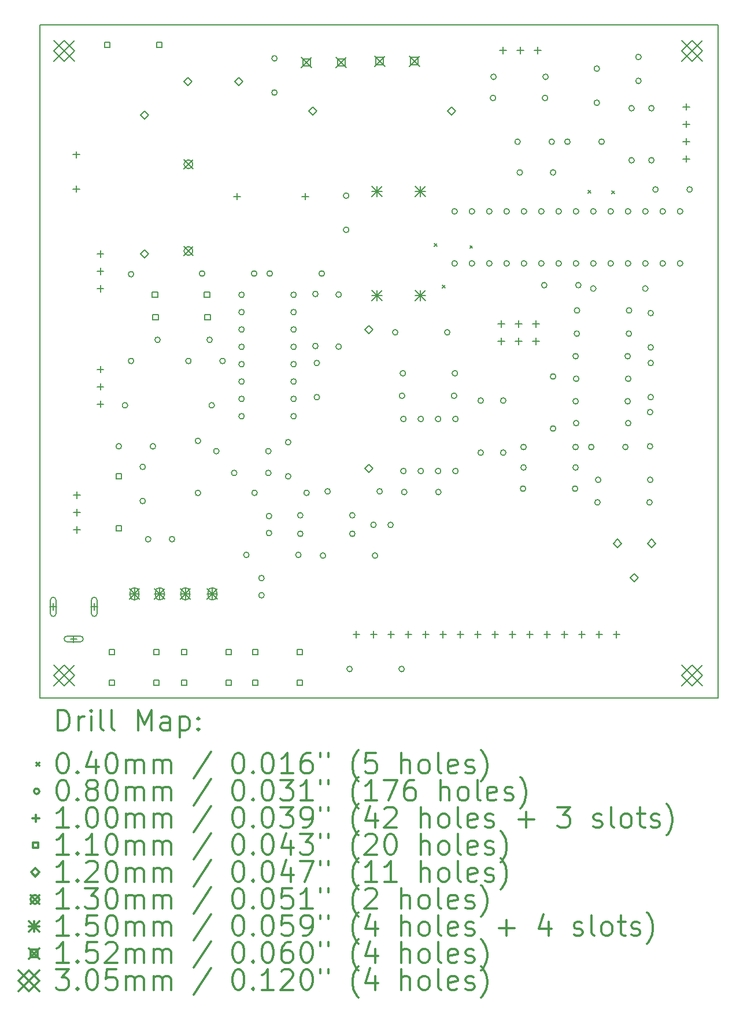
<source format=gbr>
%FSLAX45Y45*%
G04 Gerber Fmt 4.5, Leading zero omitted, Abs format (unit mm)*
G04 Created by KiCad (PCBNEW 4.0.7) date 03/08/21 23:59:42*
%MOMM*%
%LPD*%
G01*
G04 APERTURE LIST*
%ADD10C,0.127000*%
%ADD11C,0.150000*%
%ADD12C,0.200000*%
%ADD13C,0.300000*%
G04 APERTURE END LIST*
D10*
D11*
X4224800Y-3020600D02*
X14156200Y-3020600D01*
X4224800Y-12875800D02*
X4224800Y-3020600D01*
X14156200Y-12875800D02*
X4224800Y-12875800D01*
X14156200Y-3020600D02*
X14156200Y-12875800D01*
D12*
X10000000Y-6220000D02*
X10040000Y-6260000D01*
X10040000Y-6220000D02*
X10000000Y-6260000D01*
X10120000Y-6830000D02*
X10160000Y-6870000D01*
X10160000Y-6830000D02*
X10120000Y-6870000D01*
X10520000Y-6250000D02*
X10560000Y-6290000D01*
X10560000Y-6250000D02*
X10520000Y-6290000D01*
X12250000Y-5440000D02*
X12290000Y-5480000D01*
X12290000Y-5440000D02*
X12250000Y-5480000D01*
X12600000Y-5450000D02*
X12640000Y-5490000D01*
X12640000Y-5450000D02*
X12600000Y-5490000D01*
X5420000Y-9190000D02*
G75*
G03X5420000Y-9190000I-40000J0D01*
G01*
X5510000Y-8590000D02*
G75*
G03X5510000Y-8590000I-40000J0D01*
G01*
X5600000Y-6670000D02*
G75*
G03X5600000Y-6670000I-40000J0D01*
G01*
X5600000Y-7940000D02*
G75*
G03X5600000Y-7940000I-40000J0D01*
G01*
X5770000Y-9490000D02*
G75*
G03X5770000Y-9490000I-40000J0D01*
G01*
X5770000Y-9990000D02*
G75*
G03X5770000Y-9990000I-40000J0D01*
G01*
X5850000Y-10550000D02*
G75*
G03X5850000Y-10550000I-40000J0D01*
G01*
X5920000Y-9190000D02*
G75*
G03X5920000Y-9190000I-40000J0D01*
G01*
X5988000Y-7630000D02*
G75*
G03X5988000Y-7630000I-40000J0D01*
G01*
X6200000Y-10550000D02*
G75*
G03X6200000Y-10550000I-40000J0D01*
G01*
X6440000Y-7940000D02*
G75*
G03X6440000Y-7940000I-40000J0D01*
G01*
X6580000Y-9110000D02*
G75*
G03X6580000Y-9110000I-40000J0D01*
G01*
X6580000Y-9872000D02*
G75*
G03X6580000Y-9872000I-40000J0D01*
G01*
X6640000Y-6660000D02*
G75*
G03X6640000Y-6660000I-40000J0D01*
G01*
X6750000Y-7630000D02*
G75*
G03X6750000Y-7630000I-40000J0D01*
G01*
X6780000Y-8590000D02*
G75*
G03X6780000Y-8590000I-40000J0D01*
G01*
X6848000Y-9260000D02*
G75*
G03X6848000Y-9260000I-40000J0D01*
G01*
X6940000Y-7940000D02*
G75*
G03X6940000Y-7940000I-40000J0D01*
G01*
X7110000Y-9580000D02*
G75*
G03X7110000Y-9580000I-40000J0D01*
G01*
X7218000Y-6972000D02*
G75*
G03X7218000Y-6972000I-40000J0D01*
G01*
X7218000Y-7226000D02*
G75*
G03X7218000Y-7226000I-40000J0D01*
G01*
X7218000Y-7480000D02*
G75*
G03X7218000Y-7480000I-40000J0D01*
G01*
X7218000Y-7734000D02*
G75*
G03X7218000Y-7734000I-40000J0D01*
G01*
X7218000Y-7988000D02*
G75*
G03X7218000Y-7988000I-40000J0D01*
G01*
X7218000Y-8242000D02*
G75*
G03X7218000Y-8242000I-40000J0D01*
G01*
X7218000Y-8496000D02*
G75*
G03X7218000Y-8496000I-40000J0D01*
G01*
X7218000Y-8750000D02*
G75*
G03X7218000Y-8750000I-40000J0D01*
G01*
X7288000Y-10780000D02*
G75*
G03X7288000Y-10780000I-40000J0D01*
G01*
X7402000Y-6660000D02*
G75*
G03X7402000Y-6660000I-40000J0D01*
G01*
X7408000Y-9870000D02*
G75*
G03X7408000Y-9870000I-40000J0D01*
G01*
X7510000Y-11120000D02*
G75*
G03X7510000Y-11120000I-40000J0D01*
G01*
X7510000Y-11370000D02*
G75*
G03X7510000Y-11370000I-40000J0D01*
G01*
X7610000Y-9260000D02*
G75*
G03X7610000Y-9260000I-40000J0D01*
G01*
X7610000Y-9580000D02*
G75*
G03X7610000Y-9580000I-40000J0D01*
G01*
X7620000Y-10210000D02*
G75*
G03X7620000Y-10210000I-40000J0D01*
G01*
X7620000Y-10460000D02*
G75*
G03X7620000Y-10460000I-40000J0D01*
G01*
X7630000Y-6660000D02*
G75*
G03X7630000Y-6660000I-40000J0D01*
G01*
X7700000Y-3510000D02*
G75*
G03X7700000Y-3510000I-40000J0D01*
G01*
X7700000Y-4010000D02*
G75*
G03X7700000Y-4010000I-40000J0D01*
G01*
X7900000Y-9130000D02*
G75*
G03X7900000Y-9130000I-40000J0D01*
G01*
X7900000Y-9630000D02*
G75*
G03X7900000Y-9630000I-40000J0D01*
G01*
X7980000Y-6972000D02*
G75*
G03X7980000Y-6972000I-40000J0D01*
G01*
X7980000Y-7226000D02*
G75*
G03X7980000Y-7226000I-40000J0D01*
G01*
X7980000Y-7480000D02*
G75*
G03X7980000Y-7480000I-40000J0D01*
G01*
X7980000Y-7734000D02*
G75*
G03X7980000Y-7734000I-40000J0D01*
G01*
X7980000Y-7988000D02*
G75*
G03X7980000Y-7988000I-40000J0D01*
G01*
X7980000Y-8242000D02*
G75*
G03X7980000Y-8242000I-40000J0D01*
G01*
X7980000Y-8496000D02*
G75*
G03X7980000Y-8496000I-40000J0D01*
G01*
X7980000Y-8750000D02*
G75*
G03X7980000Y-8750000I-40000J0D01*
G01*
X8050000Y-10780000D02*
G75*
G03X8050000Y-10780000I-40000J0D01*
G01*
X8078000Y-10200000D02*
G75*
G03X8078000Y-10200000I-40000J0D01*
G01*
X8078000Y-10470000D02*
G75*
G03X8078000Y-10470000I-40000J0D01*
G01*
X8170000Y-9870000D02*
G75*
G03X8170000Y-9870000I-40000J0D01*
G01*
X8300000Y-6960000D02*
G75*
G03X8300000Y-6960000I-40000J0D01*
G01*
X8300000Y-7722000D02*
G75*
G03X8300000Y-7722000I-40000J0D01*
G01*
X8320000Y-7970000D02*
G75*
G03X8320000Y-7970000I-40000J0D01*
G01*
X8320000Y-8470000D02*
G75*
G03X8320000Y-8470000I-40000J0D01*
G01*
X8392000Y-6660000D02*
G75*
G03X8392000Y-6660000I-40000J0D01*
G01*
X8410000Y-10790000D02*
G75*
G03X8410000Y-10790000I-40000J0D01*
G01*
X8478000Y-9850000D02*
G75*
G03X8478000Y-9850000I-40000J0D01*
G01*
X8640000Y-6968000D02*
G75*
G03X8640000Y-6968000I-40000J0D01*
G01*
X8640000Y-7730000D02*
G75*
G03X8640000Y-7730000I-40000J0D01*
G01*
X8750000Y-5520000D02*
G75*
G03X8750000Y-5520000I-40000J0D01*
G01*
X8750000Y-6020000D02*
G75*
G03X8750000Y-6020000I-40000J0D01*
G01*
X8800000Y-12450000D02*
G75*
G03X8800000Y-12450000I-40000J0D01*
G01*
X8840000Y-10200000D02*
G75*
G03X8840000Y-10200000I-40000J0D01*
G01*
X8840000Y-10470000D02*
G75*
G03X8840000Y-10470000I-40000J0D01*
G01*
X9150000Y-10340000D02*
G75*
G03X9150000Y-10340000I-40000J0D01*
G01*
X9172000Y-10790000D02*
G75*
G03X9172000Y-10790000I-40000J0D01*
G01*
X9240000Y-9850000D02*
G75*
G03X9240000Y-9850000I-40000J0D01*
G01*
X9400000Y-10340000D02*
G75*
G03X9400000Y-10340000I-40000J0D01*
G01*
X9468000Y-7520000D02*
G75*
G03X9468000Y-7520000I-40000J0D01*
G01*
X9562000Y-12450000D02*
G75*
G03X9562000Y-12450000I-40000J0D01*
G01*
X9568000Y-8450000D02*
G75*
G03X9568000Y-8450000I-40000J0D01*
G01*
X9580000Y-8120000D02*
G75*
G03X9580000Y-8120000I-40000J0D01*
G01*
X9588000Y-8790000D02*
G75*
G03X9588000Y-8790000I-40000J0D01*
G01*
X9588000Y-9552000D02*
G75*
G03X9588000Y-9552000I-40000J0D01*
G01*
X9600000Y-9860000D02*
G75*
G03X9600000Y-9860000I-40000J0D01*
G01*
X9842000Y-8790000D02*
G75*
G03X9842000Y-8790000I-40000J0D01*
G01*
X9842000Y-9552000D02*
G75*
G03X9842000Y-9552000I-40000J0D01*
G01*
X10096000Y-8790000D02*
G75*
G03X10096000Y-8790000I-40000J0D01*
G01*
X10096000Y-9552000D02*
G75*
G03X10096000Y-9552000I-40000J0D01*
G01*
X10100000Y-9860000D02*
G75*
G03X10100000Y-9860000I-40000J0D01*
G01*
X10230000Y-7520000D02*
G75*
G03X10230000Y-7520000I-40000J0D01*
G01*
X10330000Y-8450000D02*
G75*
G03X10330000Y-8450000I-40000J0D01*
G01*
X10338000Y-5750000D02*
G75*
G03X10338000Y-5750000I-40000J0D01*
G01*
X10338000Y-6512000D02*
G75*
G03X10338000Y-6512000I-40000J0D01*
G01*
X10342000Y-8120000D02*
G75*
G03X10342000Y-8120000I-40000J0D01*
G01*
X10350000Y-8790000D02*
G75*
G03X10350000Y-8790000I-40000J0D01*
G01*
X10350000Y-9552000D02*
G75*
G03X10350000Y-9552000I-40000J0D01*
G01*
X10592000Y-5750000D02*
G75*
G03X10592000Y-5750000I-40000J0D01*
G01*
X10592000Y-6512000D02*
G75*
G03X10592000Y-6512000I-40000J0D01*
G01*
X10720000Y-8520000D02*
G75*
G03X10720000Y-8520000I-40000J0D01*
G01*
X10720000Y-9282000D02*
G75*
G03X10720000Y-9282000I-40000J0D01*
G01*
X10846000Y-5750000D02*
G75*
G03X10846000Y-5750000I-40000J0D01*
G01*
X10846000Y-6512000D02*
G75*
G03X10846000Y-6512000I-40000J0D01*
G01*
X10900000Y-4090000D02*
G75*
G03X10900000Y-4090000I-40000J0D01*
G01*
X10908000Y-3780000D02*
G75*
G03X10908000Y-3780000I-40000J0D01*
G01*
X11050000Y-8520000D02*
G75*
G03X11050000Y-8520000I-40000J0D01*
G01*
X11050000Y-9282000D02*
G75*
G03X11050000Y-9282000I-40000J0D01*
G01*
X11100000Y-5750000D02*
G75*
G03X11100000Y-5750000I-40000J0D01*
G01*
X11100000Y-6512000D02*
G75*
G03X11100000Y-6512000I-40000J0D01*
G01*
X11260000Y-4730000D02*
G75*
G03X11260000Y-4730000I-40000J0D01*
G01*
X11292000Y-5180000D02*
G75*
G03X11292000Y-5180000I-40000J0D01*
G01*
X11340000Y-9810000D02*
G75*
G03X11340000Y-9810000I-40000J0D01*
G01*
X11348000Y-9200000D02*
G75*
G03X11348000Y-9200000I-40000J0D01*
G01*
X11348000Y-9500000D02*
G75*
G03X11348000Y-9500000I-40000J0D01*
G01*
X11354000Y-5750000D02*
G75*
G03X11354000Y-5750000I-40000J0D01*
G01*
X11354000Y-6512000D02*
G75*
G03X11354000Y-6512000I-40000J0D01*
G01*
X11608000Y-5750000D02*
G75*
G03X11608000Y-5750000I-40000J0D01*
G01*
X11608000Y-6512000D02*
G75*
G03X11608000Y-6512000I-40000J0D01*
G01*
X11650000Y-6830000D02*
G75*
G03X11650000Y-6830000I-40000J0D01*
G01*
X11662000Y-4090000D02*
G75*
G03X11662000Y-4090000I-40000J0D01*
G01*
X11670000Y-3780000D02*
G75*
G03X11670000Y-3780000I-40000J0D01*
G01*
X11760000Y-4730000D02*
G75*
G03X11760000Y-4730000I-40000J0D01*
G01*
X11780000Y-5180000D02*
G75*
G03X11780000Y-5180000I-40000J0D01*
G01*
X11780000Y-8168000D02*
G75*
G03X11780000Y-8168000I-40000J0D01*
G01*
X11780000Y-8930000D02*
G75*
G03X11780000Y-8930000I-40000J0D01*
G01*
X11862000Y-5750000D02*
G75*
G03X11862000Y-5750000I-40000J0D01*
G01*
X11862000Y-6512000D02*
G75*
G03X11862000Y-6512000I-40000J0D01*
G01*
X11990000Y-4730000D02*
G75*
G03X11990000Y-4730000I-40000J0D01*
G01*
X12102000Y-9810000D02*
G75*
G03X12102000Y-9810000I-40000J0D01*
G01*
X12110000Y-7870000D02*
G75*
G03X12110000Y-7870000I-40000J0D01*
G01*
X12110000Y-8530000D02*
G75*
G03X12110000Y-8530000I-40000J0D01*
G01*
X12110000Y-9200000D02*
G75*
G03X12110000Y-9200000I-40000J0D01*
G01*
X12110000Y-9500000D02*
G75*
G03X12110000Y-9500000I-40000J0D01*
G01*
X12116000Y-5750000D02*
G75*
G03X12116000Y-5750000I-40000J0D01*
G01*
X12116000Y-6512000D02*
G75*
G03X12116000Y-6512000I-40000J0D01*
G01*
X12118000Y-8200000D02*
G75*
G03X12118000Y-8200000I-40000J0D01*
G01*
X12118000Y-8850000D02*
G75*
G03X12118000Y-8850000I-40000J0D01*
G01*
X12128000Y-7540000D02*
G75*
G03X12128000Y-7540000I-40000J0D01*
G01*
X12130000Y-7200000D02*
G75*
G03X12130000Y-7200000I-40000J0D01*
G01*
X12150000Y-6830000D02*
G75*
G03X12150000Y-6830000I-40000J0D01*
G01*
X12340000Y-9200000D02*
G75*
G03X12340000Y-9200000I-40000J0D01*
G01*
X12368000Y-6880000D02*
G75*
G03X12368000Y-6880000I-40000J0D01*
G01*
X12370000Y-5750000D02*
G75*
G03X12370000Y-5750000I-40000J0D01*
G01*
X12370000Y-6512000D02*
G75*
G03X12370000Y-6512000I-40000J0D01*
G01*
X12420000Y-3660000D02*
G75*
G03X12420000Y-3660000I-40000J0D01*
G01*
X12420000Y-4160000D02*
G75*
G03X12420000Y-4160000I-40000J0D01*
G01*
X12430000Y-10010000D02*
G75*
G03X12430000Y-10010000I-40000J0D01*
G01*
X12440000Y-9680000D02*
G75*
G03X12440000Y-9680000I-40000J0D01*
G01*
X12490000Y-4730000D02*
G75*
G03X12490000Y-4730000I-40000J0D01*
G01*
X12624000Y-5750000D02*
G75*
G03X12624000Y-5750000I-40000J0D01*
G01*
X12624000Y-6512000D02*
G75*
G03X12624000Y-6512000I-40000J0D01*
G01*
X12840000Y-9200000D02*
G75*
G03X12840000Y-9200000I-40000J0D01*
G01*
X12872000Y-7870000D02*
G75*
G03X12872000Y-7870000I-40000J0D01*
G01*
X12872000Y-8530000D02*
G75*
G03X12872000Y-8530000I-40000J0D01*
G01*
X12878000Y-5750000D02*
G75*
G03X12878000Y-5750000I-40000J0D01*
G01*
X12878000Y-6512000D02*
G75*
G03X12878000Y-6512000I-40000J0D01*
G01*
X12880000Y-8200000D02*
G75*
G03X12880000Y-8200000I-40000J0D01*
G01*
X12880000Y-8850000D02*
G75*
G03X12880000Y-8850000I-40000J0D01*
G01*
X12890000Y-7540000D02*
G75*
G03X12890000Y-7540000I-40000J0D01*
G01*
X12892000Y-7200000D02*
G75*
G03X12892000Y-7200000I-40000J0D01*
G01*
X12930000Y-4240000D02*
G75*
G03X12930000Y-4240000I-40000J0D01*
G01*
X12930000Y-5002000D02*
G75*
G03X12930000Y-5002000I-40000J0D01*
G01*
X13030000Y-3490000D02*
G75*
G03X13030000Y-3490000I-40000J0D01*
G01*
X13030000Y-3840000D02*
G75*
G03X13030000Y-3840000I-40000J0D01*
G01*
X13130000Y-6880000D02*
G75*
G03X13130000Y-6880000I-40000J0D01*
G01*
X13132000Y-5750000D02*
G75*
G03X13132000Y-5750000I-40000J0D01*
G01*
X13132000Y-6512000D02*
G75*
G03X13132000Y-6512000I-40000J0D01*
G01*
X13192000Y-10010000D02*
G75*
G03X13192000Y-10010000I-40000J0D01*
G01*
X13200000Y-8690000D02*
G75*
G03X13200000Y-8690000I-40000J0D01*
G01*
X13200000Y-9190000D02*
G75*
G03X13200000Y-9190000I-40000J0D01*
G01*
X13202000Y-9680000D02*
G75*
G03X13202000Y-9680000I-40000J0D01*
G01*
X13210000Y-7240000D02*
G75*
G03X13210000Y-7240000I-40000J0D01*
G01*
X13210000Y-7740000D02*
G75*
G03X13210000Y-7740000I-40000J0D01*
G01*
X13210000Y-7970000D02*
G75*
G03X13210000Y-7970000I-40000J0D01*
G01*
X13210000Y-8470000D02*
G75*
G03X13210000Y-8470000I-40000J0D01*
G01*
X13220000Y-4240000D02*
G75*
G03X13220000Y-4240000I-40000J0D01*
G01*
X13220000Y-5002000D02*
G75*
G03X13220000Y-5002000I-40000J0D01*
G01*
X13280000Y-5430000D02*
G75*
G03X13280000Y-5430000I-40000J0D01*
G01*
X13386000Y-5750000D02*
G75*
G03X13386000Y-5750000I-40000J0D01*
G01*
X13386000Y-6512000D02*
G75*
G03X13386000Y-6512000I-40000J0D01*
G01*
X13640000Y-5750000D02*
G75*
G03X13640000Y-5750000I-40000J0D01*
G01*
X13640000Y-6512000D02*
G75*
G03X13640000Y-6512000I-40000J0D01*
G01*
X13780000Y-5430000D02*
G75*
G03X13780000Y-5430000I-40000J0D01*
G01*
X4420000Y-11490000D02*
X4420000Y-11590000D01*
X4370000Y-11540000D02*
X4470000Y-11540000D01*
X4380000Y-11440000D02*
X4380000Y-11640000D01*
X4460000Y-11440000D02*
X4460000Y-11640000D01*
X4380000Y-11640000D02*
G75*
G03X4460000Y-11640000I40000J0D01*
G01*
X4460000Y-11440000D02*
G75*
G03X4380000Y-11440000I-40000J0D01*
G01*
X4720000Y-11960000D02*
X4720000Y-12060000D01*
X4670000Y-12010000D02*
X4770000Y-12010000D01*
X4620000Y-12050000D02*
X4820000Y-12050000D01*
X4620000Y-11970000D02*
X4820000Y-11970000D01*
X4820000Y-12050000D02*
G75*
G03X4820000Y-11970000I0J40000D01*
G01*
X4620000Y-11970000D02*
G75*
G03X4620000Y-12050000I0J-40000D01*
G01*
X4760000Y-4870000D02*
X4760000Y-4970000D01*
X4710000Y-4920000D02*
X4810000Y-4920000D01*
X4760000Y-5370000D02*
X4760000Y-5470000D01*
X4710000Y-5420000D02*
X4810000Y-5420000D01*
X4770000Y-9852000D02*
X4770000Y-9952000D01*
X4720000Y-9902000D02*
X4820000Y-9902000D01*
X4770000Y-10106000D02*
X4770000Y-10206000D01*
X4720000Y-10156000D02*
X4820000Y-10156000D01*
X4770000Y-10360000D02*
X4770000Y-10460000D01*
X4720000Y-10410000D02*
X4820000Y-10410000D01*
X5020000Y-11490000D02*
X5020000Y-11590000D01*
X4970000Y-11540000D02*
X5070000Y-11540000D01*
X4980000Y-11440000D02*
X4980000Y-11640000D01*
X5060000Y-11440000D02*
X5060000Y-11640000D01*
X4980000Y-11640000D02*
G75*
G03X5060000Y-11640000I40000J0D01*
G01*
X5060000Y-11440000D02*
G75*
G03X4980000Y-11440000I-40000J0D01*
G01*
X5110000Y-6322000D02*
X5110000Y-6422000D01*
X5060000Y-6372000D02*
X5160000Y-6372000D01*
X5110000Y-6576000D02*
X5110000Y-6676000D01*
X5060000Y-6626000D02*
X5160000Y-6626000D01*
X5110000Y-6830000D02*
X5110000Y-6930000D01*
X5060000Y-6880000D02*
X5160000Y-6880000D01*
X5110000Y-8012000D02*
X5110000Y-8112000D01*
X5060000Y-8062000D02*
X5160000Y-8062000D01*
X5110000Y-8266000D02*
X5110000Y-8366000D01*
X5060000Y-8316000D02*
X5160000Y-8316000D01*
X5110000Y-8520000D02*
X5110000Y-8620000D01*
X5060000Y-8570000D02*
X5160000Y-8570000D01*
X7110000Y-5480000D02*
X7110000Y-5580000D01*
X7060000Y-5530000D02*
X7160000Y-5530000D01*
X8110000Y-5480000D02*
X8110000Y-5580000D01*
X8060000Y-5530000D02*
X8160000Y-5530000D01*
X8860000Y-11890000D02*
X8860000Y-11990000D01*
X8810000Y-11940000D02*
X8910000Y-11940000D01*
X9114000Y-11890000D02*
X9114000Y-11990000D01*
X9064000Y-11940000D02*
X9164000Y-11940000D01*
X9368000Y-11890000D02*
X9368000Y-11990000D01*
X9318000Y-11940000D02*
X9418000Y-11940000D01*
X9622000Y-11890000D02*
X9622000Y-11990000D01*
X9572000Y-11940000D02*
X9672000Y-11940000D01*
X9876000Y-11890000D02*
X9876000Y-11990000D01*
X9826000Y-11940000D02*
X9926000Y-11940000D01*
X10130000Y-11890000D02*
X10130000Y-11990000D01*
X10080000Y-11940000D02*
X10180000Y-11940000D01*
X10384000Y-11890000D02*
X10384000Y-11990000D01*
X10334000Y-11940000D02*
X10434000Y-11940000D01*
X10638000Y-11890000D02*
X10638000Y-11990000D01*
X10588000Y-11940000D02*
X10688000Y-11940000D01*
X10892000Y-11890000D02*
X10892000Y-11990000D01*
X10842000Y-11940000D02*
X10942000Y-11940000D01*
X10982000Y-7350000D02*
X10982000Y-7450000D01*
X10932000Y-7400000D02*
X11032000Y-7400000D01*
X10982000Y-7604000D02*
X10982000Y-7704000D01*
X10932000Y-7654000D02*
X11032000Y-7654000D01*
X11010000Y-3340000D02*
X11010000Y-3440000D01*
X10960000Y-3390000D02*
X11060000Y-3390000D01*
X11146000Y-11890000D02*
X11146000Y-11990000D01*
X11096000Y-11940000D02*
X11196000Y-11940000D01*
X11236000Y-7350000D02*
X11236000Y-7450000D01*
X11186000Y-7400000D02*
X11286000Y-7400000D01*
X11236000Y-7604000D02*
X11236000Y-7704000D01*
X11186000Y-7654000D02*
X11286000Y-7654000D01*
X11264000Y-3340000D02*
X11264000Y-3440000D01*
X11214000Y-3390000D02*
X11314000Y-3390000D01*
X11400000Y-11890000D02*
X11400000Y-11990000D01*
X11350000Y-11940000D02*
X11450000Y-11940000D01*
X11490000Y-7350000D02*
X11490000Y-7450000D01*
X11440000Y-7400000D02*
X11540000Y-7400000D01*
X11490000Y-7604000D02*
X11490000Y-7704000D01*
X11440000Y-7654000D02*
X11540000Y-7654000D01*
X11518000Y-3340000D02*
X11518000Y-3440000D01*
X11468000Y-3390000D02*
X11568000Y-3390000D01*
X11654000Y-11890000D02*
X11654000Y-11990000D01*
X11604000Y-11940000D02*
X11704000Y-11940000D01*
X11908000Y-11890000D02*
X11908000Y-11990000D01*
X11858000Y-11940000D02*
X11958000Y-11940000D01*
X12162000Y-11890000D02*
X12162000Y-11990000D01*
X12112000Y-11940000D02*
X12212000Y-11940000D01*
X12416000Y-11890000D02*
X12416000Y-11990000D01*
X12366000Y-11940000D02*
X12466000Y-11940000D01*
X12670000Y-11890000D02*
X12670000Y-11990000D01*
X12620000Y-11940000D02*
X12720000Y-11940000D01*
X13690000Y-4168000D02*
X13690000Y-4268000D01*
X13640000Y-4218000D02*
X13740000Y-4218000D01*
X13690000Y-4422000D02*
X13690000Y-4522000D01*
X13640000Y-4472000D02*
X13740000Y-4472000D01*
X13690000Y-4676000D02*
X13690000Y-4776000D01*
X13640000Y-4726000D02*
X13740000Y-4726000D01*
X13690000Y-4930000D02*
X13690000Y-5030000D01*
X13640000Y-4980000D02*
X13740000Y-4980000D01*
X5246891Y-3348891D02*
X5246891Y-3271109D01*
X5169109Y-3271109D01*
X5169109Y-3348891D01*
X5246891Y-3348891D01*
X5318891Y-12238891D02*
X5318891Y-12161109D01*
X5241109Y-12161109D01*
X5241109Y-12238891D01*
X5318891Y-12238891D01*
X5318891Y-12688891D02*
X5318891Y-12611109D01*
X5241109Y-12611109D01*
X5241109Y-12688891D01*
X5318891Y-12688891D01*
X5418891Y-9666891D02*
X5418891Y-9589109D01*
X5341109Y-9589109D01*
X5341109Y-9666891D01*
X5418891Y-9666891D01*
X5418891Y-10428891D02*
X5418891Y-10351109D01*
X5341109Y-10351109D01*
X5341109Y-10428891D01*
X5418891Y-10428891D01*
X5948891Y-7008891D02*
X5948891Y-6931109D01*
X5871109Y-6931109D01*
X5871109Y-7008891D01*
X5948891Y-7008891D01*
X5956891Y-7338891D02*
X5956891Y-7261109D01*
X5879109Y-7261109D01*
X5879109Y-7338891D01*
X5956891Y-7338891D01*
X5968891Y-12238891D02*
X5968891Y-12161109D01*
X5891109Y-12161109D01*
X5891109Y-12238891D01*
X5968891Y-12238891D01*
X5968891Y-12688891D02*
X5968891Y-12611109D01*
X5891109Y-12611109D01*
X5891109Y-12688891D01*
X5968891Y-12688891D01*
X6008891Y-3348891D02*
X6008891Y-3271109D01*
X5931109Y-3271109D01*
X5931109Y-3348891D01*
X6008891Y-3348891D01*
X6378891Y-12238891D02*
X6378891Y-12161109D01*
X6301109Y-12161109D01*
X6301109Y-12238891D01*
X6378891Y-12238891D01*
X6378891Y-12688891D02*
X6378891Y-12611109D01*
X6301109Y-12611109D01*
X6301109Y-12688891D01*
X6378891Y-12688891D01*
X6710891Y-7008891D02*
X6710891Y-6931109D01*
X6633109Y-6931109D01*
X6633109Y-7008891D01*
X6710891Y-7008891D01*
X6718891Y-7338891D02*
X6718891Y-7261109D01*
X6641109Y-7261109D01*
X6641109Y-7338891D01*
X6718891Y-7338891D01*
X7028891Y-12238891D02*
X7028891Y-12161109D01*
X6951109Y-12161109D01*
X6951109Y-12238891D01*
X7028891Y-12238891D01*
X7028891Y-12688891D02*
X7028891Y-12611109D01*
X6951109Y-12611109D01*
X6951109Y-12688891D01*
X7028891Y-12688891D01*
X7418891Y-12238891D02*
X7418891Y-12161109D01*
X7341109Y-12161109D01*
X7341109Y-12238891D01*
X7418891Y-12238891D01*
X7418891Y-12688891D02*
X7418891Y-12611109D01*
X7341109Y-12611109D01*
X7341109Y-12688891D01*
X7418891Y-12688891D01*
X8068891Y-12238891D02*
X8068891Y-12161109D01*
X7991109Y-12161109D01*
X7991109Y-12238891D01*
X8068891Y-12238891D01*
X8068891Y-12688891D02*
X8068891Y-12611109D01*
X7991109Y-12611109D01*
X7991109Y-12688891D01*
X8068891Y-12688891D01*
X5760000Y-4398000D02*
X5820000Y-4338000D01*
X5760000Y-4278000D01*
X5700000Y-4338000D01*
X5760000Y-4398000D01*
X5760000Y-6430000D02*
X5820000Y-6370000D01*
X5760000Y-6310000D01*
X5700000Y-6370000D01*
X5760000Y-6430000D01*
X6390000Y-3910000D02*
X6450000Y-3850000D01*
X6390000Y-3790000D01*
X6330000Y-3850000D01*
X6390000Y-3910000D01*
X7140000Y-3910000D02*
X7200000Y-3850000D01*
X7140000Y-3790000D01*
X7080000Y-3850000D01*
X7140000Y-3910000D01*
X8220000Y-4340000D02*
X8280000Y-4280000D01*
X8220000Y-4220000D01*
X8160000Y-4280000D01*
X8220000Y-4340000D01*
X9040000Y-7540000D02*
X9100000Y-7480000D01*
X9040000Y-7420000D01*
X8980000Y-7480000D01*
X9040000Y-7540000D01*
X9040000Y-9572000D02*
X9100000Y-9512000D01*
X9040000Y-9452000D01*
X8980000Y-9512000D01*
X9040000Y-9572000D01*
X10252000Y-4340000D02*
X10312000Y-4280000D01*
X10252000Y-4220000D01*
X10192000Y-4280000D01*
X10252000Y-4340000D01*
X12680000Y-10670000D02*
X12740000Y-10610000D01*
X12680000Y-10550000D01*
X12620000Y-10610000D01*
X12680000Y-10670000D01*
X12930000Y-11174000D02*
X12990000Y-11114000D01*
X12930000Y-11054000D01*
X12870000Y-11114000D01*
X12930000Y-11174000D01*
X13180000Y-10670000D02*
X13240000Y-10610000D01*
X13180000Y-10550000D01*
X13120000Y-10610000D01*
X13180000Y-10670000D01*
X6335000Y-4995000D02*
X6465000Y-5125000D01*
X6465000Y-4995000D02*
X6335000Y-5125000D01*
X6465000Y-5060000D02*
G75*
G03X6465000Y-5060000I-65000J0D01*
G01*
X6335000Y-6265000D02*
X6465000Y-6395000D01*
X6465000Y-6265000D02*
X6335000Y-6395000D01*
X6465000Y-6330000D02*
G75*
G03X6465000Y-6330000I-65000J0D01*
G01*
X5535000Y-11275000D02*
X5685000Y-11425000D01*
X5685000Y-11275000D02*
X5535000Y-11425000D01*
X5610000Y-11275000D02*
X5610000Y-11425000D01*
X5535000Y-11350000D02*
X5685000Y-11350000D01*
X5545000Y-11325000D02*
X5545000Y-11375000D01*
X5675000Y-11325000D02*
X5675000Y-11375000D01*
X5545000Y-11375000D02*
G75*
G03X5675000Y-11375000I65000J0D01*
G01*
X5675000Y-11325000D02*
G75*
G03X5545000Y-11325000I-65000J0D01*
G01*
X5905000Y-11275000D02*
X6055000Y-11425000D01*
X6055000Y-11275000D02*
X5905000Y-11425000D01*
X5980000Y-11275000D02*
X5980000Y-11425000D01*
X5905000Y-11350000D02*
X6055000Y-11350000D01*
X5915000Y-11325000D02*
X5915000Y-11375000D01*
X6045000Y-11325000D02*
X6045000Y-11375000D01*
X5915000Y-11375000D02*
G75*
G03X6045000Y-11375000I65000J0D01*
G01*
X6045000Y-11325000D02*
G75*
G03X5915000Y-11325000I-65000J0D01*
G01*
X6280000Y-11275000D02*
X6430000Y-11425000D01*
X6430000Y-11275000D02*
X6280000Y-11425000D01*
X6355000Y-11275000D02*
X6355000Y-11425000D01*
X6280000Y-11350000D02*
X6430000Y-11350000D01*
X6290000Y-11325000D02*
X6290000Y-11375000D01*
X6420000Y-11325000D02*
X6420000Y-11375000D01*
X6290000Y-11375000D02*
G75*
G03X6420000Y-11375000I65000J0D01*
G01*
X6420000Y-11325000D02*
G75*
G03X6290000Y-11325000I-65000J0D01*
G01*
X6675000Y-11275000D02*
X6825000Y-11425000D01*
X6825000Y-11275000D02*
X6675000Y-11425000D01*
X6750000Y-11275000D02*
X6750000Y-11425000D01*
X6675000Y-11350000D02*
X6825000Y-11350000D01*
X6685000Y-11325000D02*
X6685000Y-11375000D01*
X6815000Y-11325000D02*
X6815000Y-11375000D01*
X6685000Y-11375000D02*
G75*
G03X6815000Y-11375000I65000J0D01*
G01*
X6815000Y-11325000D02*
G75*
G03X6685000Y-11325000I-65000J0D01*
G01*
X9084000Y-5383000D02*
X9234000Y-5533000D01*
X9234000Y-5383000D02*
X9084000Y-5533000D01*
X9159000Y-5383000D02*
X9159000Y-5533000D01*
X9084000Y-5458000D02*
X9234000Y-5458000D01*
X9084000Y-6907000D02*
X9234000Y-7057000D01*
X9234000Y-6907000D02*
X9084000Y-7057000D01*
X9159000Y-6907000D02*
X9159000Y-7057000D01*
X9084000Y-6982000D02*
X9234000Y-6982000D01*
X9719000Y-5383000D02*
X9869000Y-5533000D01*
X9869000Y-5383000D02*
X9719000Y-5533000D01*
X9794000Y-5383000D02*
X9794000Y-5533000D01*
X9719000Y-5458000D02*
X9869000Y-5458000D01*
X9719000Y-6907000D02*
X9869000Y-7057000D01*
X9869000Y-6907000D02*
X9719000Y-7057000D01*
X9794000Y-6907000D02*
X9794000Y-7057000D01*
X9719000Y-6982000D02*
X9869000Y-6982000D01*
X8056000Y-3494000D02*
X8208000Y-3646000D01*
X8208000Y-3494000D02*
X8056000Y-3646000D01*
X8185741Y-3623741D02*
X8185741Y-3516259D01*
X8078259Y-3516259D01*
X8078259Y-3623741D01*
X8185741Y-3623741D01*
X8564000Y-3494000D02*
X8716000Y-3646000D01*
X8716000Y-3494000D02*
X8564000Y-3646000D01*
X8693741Y-3623741D02*
X8693741Y-3516259D01*
X8586259Y-3516259D01*
X8586259Y-3623741D01*
X8693741Y-3623741D01*
X9126000Y-3474000D02*
X9278000Y-3626000D01*
X9278000Y-3474000D02*
X9126000Y-3626000D01*
X9255741Y-3603741D02*
X9255741Y-3496259D01*
X9148259Y-3496259D01*
X9148259Y-3603741D01*
X9255741Y-3603741D01*
X9634000Y-3474000D02*
X9786000Y-3626000D01*
X9786000Y-3474000D02*
X9634000Y-3626000D01*
X9763741Y-3603741D02*
X9763741Y-3496259D01*
X9656259Y-3496259D01*
X9656259Y-3603741D01*
X9763741Y-3603741D01*
X4428000Y-3249200D02*
X4732800Y-3554000D01*
X4732800Y-3249200D02*
X4428000Y-3554000D01*
X4580400Y-3554000D02*
X4732800Y-3401600D01*
X4580400Y-3249200D01*
X4428000Y-3401600D01*
X4580400Y-3554000D01*
X4428000Y-12393200D02*
X4732800Y-12698000D01*
X4732800Y-12393200D02*
X4428000Y-12698000D01*
X4580400Y-12698000D02*
X4732800Y-12545600D01*
X4580400Y-12393200D01*
X4428000Y-12545600D01*
X4580400Y-12698000D01*
X13622800Y-3249200D02*
X13927600Y-3554000D01*
X13927600Y-3249200D02*
X13622800Y-3554000D01*
X13775200Y-3554000D02*
X13927600Y-3401600D01*
X13775200Y-3249200D01*
X13622800Y-3401600D01*
X13775200Y-3554000D01*
X13622800Y-12393200D02*
X13927600Y-12698000D01*
X13927600Y-12393200D02*
X13622800Y-12698000D01*
X13775200Y-12698000D02*
X13927600Y-12545600D01*
X13775200Y-12393200D01*
X13622800Y-12545600D01*
X13775200Y-12698000D01*
D13*
X4488729Y-13349014D02*
X4488729Y-13049014D01*
X4560157Y-13049014D01*
X4603014Y-13063300D01*
X4631586Y-13091871D01*
X4645871Y-13120443D01*
X4660157Y-13177586D01*
X4660157Y-13220443D01*
X4645871Y-13277586D01*
X4631586Y-13306157D01*
X4603014Y-13334729D01*
X4560157Y-13349014D01*
X4488729Y-13349014D01*
X4788729Y-13349014D02*
X4788729Y-13149014D01*
X4788729Y-13206157D02*
X4803014Y-13177586D01*
X4817300Y-13163300D01*
X4845871Y-13149014D01*
X4874443Y-13149014D01*
X4974443Y-13349014D02*
X4974443Y-13149014D01*
X4974443Y-13049014D02*
X4960157Y-13063300D01*
X4974443Y-13077586D01*
X4988729Y-13063300D01*
X4974443Y-13049014D01*
X4974443Y-13077586D01*
X5160157Y-13349014D02*
X5131586Y-13334729D01*
X5117300Y-13306157D01*
X5117300Y-13049014D01*
X5317300Y-13349014D02*
X5288729Y-13334729D01*
X5274443Y-13306157D01*
X5274443Y-13049014D01*
X5660157Y-13349014D02*
X5660157Y-13049014D01*
X5760157Y-13263300D01*
X5860157Y-13049014D01*
X5860157Y-13349014D01*
X6131586Y-13349014D02*
X6131586Y-13191871D01*
X6117300Y-13163300D01*
X6088728Y-13149014D01*
X6031586Y-13149014D01*
X6003014Y-13163300D01*
X6131586Y-13334729D02*
X6103014Y-13349014D01*
X6031586Y-13349014D01*
X6003014Y-13334729D01*
X5988728Y-13306157D01*
X5988728Y-13277586D01*
X6003014Y-13249014D01*
X6031586Y-13234729D01*
X6103014Y-13234729D01*
X6131586Y-13220443D01*
X6274443Y-13149014D02*
X6274443Y-13449014D01*
X6274443Y-13163300D02*
X6303014Y-13149014D01*
X6360157Y-13149014D01*
X6388728Y-13163300D01*
X6403014Y-13177586D01*
X6417300Y-13206157D01*
X6417300Y-13291871D01*
X6403014Y-13320443D01*
X6388728Y-13334729D01*
X6360157Y-13349014D01*
X6303014Y-13349014D01*
X6274443Y-13334729D01*
X6545871Y-13320443D02*
X6560157Y-13334729D01*
X6545871Y-13349014D01*
X6531586Y-13334729D01*
X6545871Y-13320443D01*
X6545871Y-13349014D01*
X6545871Y-13163300D02*
X6560157Y-13177586D01*
X6545871Y-13191871D01*
X6531586Y-13177586D01*
X6545871Y-13163300D01*
X6545871Y-13191871D01*
X4177300Y-13823300D02*
X4217300Y-13863300D01*
X4217300Y-13823300D02*
X4177300Y-13863300D01*
X4545871Y-13679014D02*
X4574443Y-13679014D01*
X4603014Y-13693300D01*
X4617300Y-13707586D01*
X4631586Y-13736157D01*
X4645871Y-13793300D01*
X4645871Y-13864729D01*
X4631586Y-13921871D01*
X4617300Y-13950443D01*
X4603014Y-13964729D01*
X4574443Y-13979014D01*
X4545871Y-13979014D01*
X4517300Y-13964729D01*
X4503014Y-13950443D01*
X4488729Y-13921871D01*
X4474443Y-13864729D01*
X4474443Y-13793300D01*
X4488729Y-13736157D01*
X4503014Y-13707586D01*
X4517300Y-13693300D01*
X4545871Y-13679014D01*
X4774443Y-13950443D02*
X4788729Y-13964729D01*
X4774443Y-13979014D01*
X4760157Y-13964729D01*
X4774443Y-13950443D01*
X4774443Y-13979014D01*
X5045871Y-13779014D02*
X5045871Y-13979014D01*
X4974443Y-13664729D02*
X4903014Y-13879014D01*
X5088728Y-13879014D01*
X5260157Y-13679014D02*
X5288729Y-13679014D01*
X5317300Y-13693300D01*
X5331586Y-13707586D01*
X5345871Y-13736157D01*
X5360157Y-13793300D01*
X5360157Y-13864729D01*
X5345871Y-13921871D01*
X5331586Y-13950443D01*
X5317300Y-13964729D01*
X5288729Y-13979014D01*
X5260157Y-13979014D01*
X5231586Y-13964729D01*
X5217300Y-13950443D01*
X5203014Y-13921871D01*
X5188729Y-13864729D01*
X5188729Y-13793300D01*
X5203014Y-13736157D01*
X5217300Y-13707586D01*
X5231586Y-13693300D01*
X5260157Y-13679014D01*
X5488729Y-13979014D02*
X5488729Y-13779014D01*
X5488729Y-13807586D02*
X5503014Y-13793300D01*
X5531586Y-13779014D01*
X5574443Y-13779014D01*
X5603014Y-13793300D01*
X5617300Y-13821871D01*
X5617300Y-13979014D01*
X5617300Y-13821871D02*
X5631586Y-13793300D01*
X5660157Y-13779014D01*
X5703014Y-13779014D01*
X5731586Y-13793300D01*
X5745871Y-13821871D01*
X5745871Y-13979014D01*
X5888728Y-13979014D02*
X5888728Y-13779014D01*
X5888728Y-13807586D02*
X5903014Y-13793300D01*
X5931586Y-13779014D01*
X5974443Y-13779014D01*
X6003014Y-13793300D01*
X6017300Y-13821871D01*
X6017300Y-13979014D01*
X6017300Y-13821871D02*
X6031586Y-13793300D01*
X6060157Y-13779014D01*
X6103014Y-13779014D01*
X6131586Y-13793300D01*
X6145871Y-13821871D01*
X6145871Y-13979014D01*
X6731586Y-13664729D02*
X6474443Y-14050443D01*
X7117300Y-13679014D02*
X7145871Y-13679014D01*
X7174443Y-13693300D01*
X7188728Y-13707586D01*
X7203014Y-13736157D01*
X7217300Y-13793300D01*
X7217300Y-13864729D01*
X7203014Y-13921871D01*
X7188728Y-13950443D01*
X7174443Y-13964729D01*
X7145871Y-13979014D01*
X7117300Y-13979014D01*
X7088728Y-13964729D01*
X7074443Y-13950443D01*
X7060157Y-13921871D01*
X7045871Y-13864729D01*
X7045871Y-13793300D01*
X7060157Y-13736157D01*
X7074443Y-13707586D01*
X7088728Y-13693300D01*
X7117300Y-13679014D01*
X7345871Y-13950443D02*
X7360157Y-13964729D01*
X7345871Y-13979014D01*
X7331586Y-13964729D01*
X7345871Y-13950443D01*
X7345871Y-13979014D01*
X7545871Y-13679014D02*
X7574443Y-13679014D01*
X7603014Y-13693300D01*
X7617300Y-13707586D01*
X7631585Y-13736157D01*
X7645871Y-13793300D01*
X7645871Y-13864729D01*
X7631585Y-13921871D01*
X7617300Y-13950443D01*
X7603014Y-13964729D01*
X7574443Y-13979014D01*
X7545871Y-13979014D01*
X7517300Y-13964729D01*
X7503014Y-13950443D01*
X7488728Y-13921871D01*
X7474443Y-13864729D01*
X7474443Y-13793300D01*
X7488728Y-13736157D01*
X7503014Y-13707586D01*
X7517300Y-13693300D01*
X7545871Y-13679014D01*
X7931585Y-13979014D02*
X7760157Y-13979014D01*
X7845871Y-13979014D02*
X7845871Y-13679014D01*
X7817300Y-13721871D01*
X7788728Y-13750443D01*
X7760157Y-13764729D01*
X8188728Y-13679014D02*
X8131585Y-13679014D01*
X8103014Y-13693300D01*
X8088728Y-13707586D01*
X8060157Y-13750443D01*
X8045871Y-13807586D01*
X8045871Y-13921871D01*
X8060157Y-13950443D01*
X8074443Y-13964729D01*
X8103014Y-13979014D01*
X8160157Y-13979014D01*
X8188728Y-13964729D01*
X8203014Y-13950443D01*
X8217300Y-13921871D01*
X8217300Y-13850443D01*
X8203014Y-13821871D01*
X8188728Y-13807586D01*
X8160157Y-13793300D01*
X8103014Y-13793300D01*
X8074443Y-13807586D01*
X8060157Y-13821871D01*
X8045871Y-13850443D01*
X8331586Y-13679014D02*
X8331586Y-13736157D01*
X8445871Y-13679014D02*
X8445871Y-13736157D01*
X8888728Y-14093300D02*
X8874443Y-14079014D01*
X8845871Y-14036157D01*
X8831586Y-14007586D01*
X8817300Y-13964729D01*
X8803014Y-13893300D01*
X8803014Y-13836157D01*
X8817300Y-13764729D01*
X8831586Y-13721871D01*
X8845871Y-13693300D01*
X8874443Y-13650443D01*
X8888728Y-13636157D01*
X9145871Y-13679014D02*
X9003014Y-13679014D01*
X8988728Y-13821871D01*
X9003014Y-13807586D01*
X9031586Y-13793300D01*
X9103014Y-13793300D01*
X9131586Y-13807586D01*
X9145871Y-13821871D01*
X9160157Y-13850443D01*
X9160157Y-13921871D01*
X9145871Y-13950443D01*
X9131586Y-13964729D01*
X9103014Y-13979014D01*
X9031586Y-13979014D01*
X9003014Y-13964729D01*
X8988728Y-13950443D01*
X9517300Y-13979014D02*
X9517300Y-13679014D01*
X9645871Y-13979014D02*
X9645871Y-13821871D01*
X9631586Y-13793300D01*
X9603014Y-13779014D01*
X9560157Y-13779014D01*
X9531586Y-13793300D01*
X9517300Y-13807586D01*
X9831586Y-13979014D02*
X9803014Y-13964729D01*
X9788728Y-13950443D01*
X9774443Y-13921871D01*
X9774443Y-13836157D01*
X9788728Y-13807586D01*
X9803014Y-13793300D01*
X9831586Y-13779014D01*
X9874443Y-13779014D01*
X9903014Y-13793300D01*
X9917300Y-13807586D01*
X9931586Y-13836157D01*
X9931586Y-13921871D01*
X9917300Y-13950443D01*
X9903014Y-13964729D01*
X9874443Y-13979014D01*
X9831586Y-13979014D01*
X10103014Y-13979014D02*
X10074443Y-13964729D01*
X10060157Y-13936157D01*
X10060157Y-13679014D01*
X10331586Y-13964729D02*
X10303014Y-13979014D01*
X10245871Y-13979014D01*
X10217300Y-13964729D01*
X10203014Y-13936157D01*
X10203014Y-13821871D01*
X10217300Y-13793300D01*
X10245871Y-13779014D01*
X10303014Y-13779014D01*
X10331586Y-13793300D01*
X10345871Y-13821871D01*
X10345871Y-13850443D01*
X10203014Y-13879014D01*
X10460157Y-13964729D02*
X10488729Y-13979014D01*
X10545871Y-13979014D01*
X10574443Y-13964729D01*
X10588729Y-13936157D01*
X10588729Y-13921871D01*
X10574443Y-13893300D01*
X10545871Y-13879014D01*
X10503014Y-13879014D01*
X10474443Y-13864729D01*
X10460157Y-13836157D01*
X10460157Y-13821871D01*
X10474443Y-13793300D01*
X10503014Y-13779014D01*
X10545871Y-13779014D01*
X10574443Y-13793300D01*
X10688728Y-14093300D02*
X10703014Y-14079014D01*
X10731586Y-14036157D01*
X10745871Y-14007586D01*
X10760157Y-13964729D01*
X10774443Y-13893300D01*
X10774443Y-13836157D01*
X10760157Y-13764729D01*
X10745871Y-13721871D01*
X10731586Y-13693300D01*
X10703014Y-13650443D01*
X10688728Y-13636157D01*
X4217300Y-14239300D02*
G75*
G03X4217300Y-14239300I-40000J0D01*
G01*
X4545871Y-14075014D02*
X4574443Y-14075014D01*
X4603014Y-14089300D01*
X4617300Y-14103586D01*
X4631586Y-14132157D01*
X4645871Y-14189300D01*
X4645871Y-14260729D01*
X4631586Y-14317871D01*
X4617300Y-14346443D01*
X4603014Y-14360729D01*
X4574443Y-14375014D01*
X4545871Y-14375014D01*
X4517300Y-14360729D01*
X4503014Y-14346443D01*
X4488729Y-14317871D01*
X4474443Y-14260729D01*
X4474443Y-14189300D01*
X4488729Y-14132157D01*
X4503014Y-14103586D01*
X4517300Y-14089300D01*
X4545871Y-14075014D01*
X4774443Y-14346443D02*
X4788729Y-14360729D01*
X4774443Y-14375014D01*
X4760157Y-14360729D01*
X4774443Y-14346443D01*
X4774443Y-14375014D01*
X4960157Y-14203586D02*
X4931586Y-14189300D01*
X4917300Y-14175014D01*
X4903014Y-14146443D01*
X4903014Y-14132157D01*
X4917300Y-14103586D01*
X4931586Y-14089300D01*
X4960157Y-14075014D01*
X5017300Y-14075014D01*
X5045871Y-14089300D01*
X5060157Y-14103586D01*
X5074443Y-14132157D01*
X5074443Y-14146443D01*
X5060157Y-14175014D01*
X5045871Y-14189300D01*
X5017300Y-14203586D01*
X4960157Y-14203586D01*
X4931586Y-14217871D01*
X4917300Y-14232157D01*
X4903014Y-14260729D01*
X4903014Y-14317871D01*
X4917300Y-14346443D01*
X4931586Y-14360729D01*
X4960157Y-14375014D01*
X5017300Y-14375014D01*
X5045871Y-14360729D01*
X5060157Y-14346443D01*
X5074443Y-14317871D01*
X5074443Y-14260729D01*
X5060157Y-14232157D01*
X5045871Y-14217871D01*
X5017300Y-14203586D01*
X5260157Y-14075014D02*
X5288729Y-14075014D01*
X5317300Y-14089300D01*
X5331586Y-14103586D01*
X5345871Y-14132157D01*
X5360157Y-14189300D01*
X5360157Y-14260729D01*
X5345871Y-14317871D01*
X5331586Y-14346443D01*
X5317300Y-14360729D01*
X5288729Y-14375014D01*
X5260157Y-14375014D01*
X5231586Y-14360729D01*
X5217300Y-14346443D01*
X5203014Y-14317871D01*
X5188729Y-14260729D01*
X5188729Y-14189300D01*
X5203014Y-14132157D01*
X5217300Y-14103586D01*
X5231586Y-14089300D01*
X5260157Y-14075014D01*
X5488729Y-14375014D02*
X5488729Y-14175014D01*
X5488729Y-14203586D02*
X5503014Y-14189300D01*
X5531586Y-14175014D01*
X5574443Y-14175014D01*
X5603014Y-14189300D01*
X5617300Y-14217871D01*
X5617300Y-14375014D01*
X5617300Y-14217871D02*
X5631586Y-14189300D01*
X5660157Y-14175014D01*
X5703014Y-14175014D01*
X5731586Y-14189300D01*
X5745871Y-14217871D01*
X5745871Y-14375014D01*
X5888728Y-14375014D02*
X5888728Y-14175014D01*
X5888728Y-14203586D02*
X5903014Y-14189300D01*
X5931586Y-14175014D01*
X5974443Y-14175014D01*
X6003014Y-14189300D01*
X6017300Y-14217871D01*
X6017300Y-14375014D01*
X6017300Y-14217871D02*
X6031586Y-14189300D01*
X6060157Y-14175014D01*
X6103014Y-14175014D01*
X6131586Y-14189300D01*
X6145871Y-14217871D01*
X6145871Y-14375014D01*
X6731586Y-14060729D02*
X6474443Y-14446443D01*
X7117300Y-14075014D02*
X7145871Y-14075014D01*
X7174443Y-14089300D01*
X7188728Y-14103586D01*
X7203014Y-14132157D01*
X7217300Y-14189300D01*
X7217300Y-14260729D01*
X7203014Y-14317871D01*
X7188728Y-14346443D01*
X7174443Y-14360729D01*
X7145871Y-14375014D01*
X7117300Y-14375014D01*
X7088728Y-14360729D01*
X7074443Y-14346443D01*
X7060157Y-14317871D01*
X7045871Y-14260729D01*
X7045871Y-14189300D01*
X7060157Y-14132157D01*
X7074443Y-14103586D01*
X7088728Y-14089300D01*
X7117300Y-14075014D01*
X7345871Y-14346443D02*
X7360157Y-14360729D01*
X7345871Y-14375014D01*
X7331586Y-14360729D01*
X7345871Y-14346443D01*
X7345871Y-14375014D01*
X7545871Y-14075014D02*
X7574443Y-14075014D01*
X7603014Y-14089300D01*
X7617300Y-14103586D01*
X7631585Y-14132157D01*
X7645871Y-14189300D01*
X7645871Y-14260729D01*
X7631585Y-14317871D01*
X7617300Y-14346443D01*
X7603014Y-14360729D01*
X7574443Y-14375014D01*
X7545871Y-14375014D01*
X7517300Y-14360729D01*
X7503014Y-14346443D01*
X7488728Y-14317871D01*
X7474443Y-14260729D01*
X7474443Y-14189300D01*
X7488728Y-14132157D01*
X7503014Y-14103586D01*
X7517300Y-14089300D01*
X7545871Y-14075014D01*
X7745871Y-14075014D02*
X7931585Y-14075014D01*
X7831585Y-14189300D01*
X7874443Y-14189300D01*
X7903014Y-14203586D01*
X7917300Y-14217871D01*
X7931585Y-14246443D01*
X7931585Y-14317871D01*
X7917300Y-14346443D01*
X7903014Y-14360729D01*
X7874443Y-14375014D01*
X7788728Y-14375014D01*
X7760157Y-14360729D01*
X7745871Y-14346443D01*
X8217300Y-14375014D02*
X8045871Y-14375014D01*
X8131585Y-14375014D02*
X8131585Y-14075014D01*
X8103014Y-14117871D01*
X8074443Y-14146443D01*
X8045871Y-14160729D01*
X8331586Y-14075014D02*
X8331586Y-14132157D01*
X8445871Y-14075014D02*
X8445871Y-14132157D01*
X8888728Y-14489300D02*
X8874443Y-14475014D01*
X8845871Y-14432157D01*
X8831586Y-14403586D01*
X8817300Y-14360729D01*
X8803014Y-14289300D01*
X8803014Y-14232157D01*
X8817300Y-14160729D01*
X8831586Y-14117871D01*
X8845871Y-14089300D01*
X8874443Y-14046443D01*
X8888728Y-14032157D01*
X9160157Y-14375014D02*
X8988728Y-14375014D01*
X9074443Y-14375014D02*
X9074443Y-14075014D01*
X9045871Y-14117871D01*
X9017300Y-14146443D01*
X8988728Y-14160729D01*
X9260157Y-14075014D02*
X9460157Y-14075014D01*
X9331586Y-14375014D01*
X9703014Y-14075014D02*
X9645871Y-14075014D01*
X9617300Y-14089300D01*
X9603014Y-14103586D01*
X9574443Y-14146443D01*
X9560157Y-14203586D01*
X9560157Y-14317871D01*
X9574443Y-14346443D01*
X9588728Y-14360729D01*
X9617300Y-14375014D01*
X9674443Y-14375014D01*
X9703014Y-14360729D01*
X9717300Y-14346443D01*
X9731586Y-14317871D01*
X9731586Y-14246443D01*
X9717300Y-14217871D01*
X9703014Y-14203586D01*
X9674443Y-14189300D01*
X9617300Y-14189300D01*
X9588728Y-14203586D01*
X9574443Y-14217871D01*
X9560157Y-14246443D01*
X10088728Y-14375014D02*
X10088728Y-14075014D01*
X10217300Y-14375014D02*
X10217300Y-14217871D01*
X10203014Y-14189300D01*
X10174443Y-14175014D01*
X10131586Y-14175014D01*
X10103014Y-14189300D01*
X10088728Y-14203586D01*
X10403014Y-14375014D02*
X10374443Y-14360729D01*
X10360157Y-14346443D01*
X10345871Y-14317871D01*
X10345871Y-14232157D01*
X10360157Y-14203586D01*
X10374443Y-14189300D01*
X10403014Y-14175014D01*
X10445871Y-14175014D01*
X10474443Y-14189300D01*
X10488728Y-14203586D01*
X10503014Y-14232157D01*
X10503014Y-14317871D01*
X10488728Y-14346443D01*
X10474443Y-14360729D01*
X10445871Y-14375014D01*
X10403014Y-14375014D01*
X10674443Y-14375014D02*
X10645871Y-14360729D01*
X10631586Y-14332157D01*
X10631586Y-14075014D01*
X10903014Y-14360729D02*
X10874443Y-14375014D01*
X10817300Y-14375014D01*
X10788729Y-14360729D01*
X10774443Y-14332157D01*
X10774443Y-14217871D01*
X10788729Y-14189300D01*
X10817300Y-14175014D01*
X10874443Y-14175014D01*
X10903014Y-14189300D01*
X10917300Y-14217871D01*
X10917300Y-14246443D01*
X10774443Y-14275014D01*
X11031586Y-14360729D02*
X11060157Y-14375014D01*
X11117300Y-14375014D01*
X11145871Y-14360729D01*
X11160157Y-14332157D01*
X11160157Y-14317871D01*
X11145871Y-14289300D01*
X11117300Y-14275014D01*
X11074443Y-14275014D01*
X11045871Y-14260729D01*
X11031586Y-14232157D01*
X11031586Y-14217871D01*
X11045871Y-14189300D01*
X11074443Y-14175014D01*
X11117300Y-14175014D01*
X11145871Y-14189300D01*
X11260157Y-14489300D02*
X11274443Y-14475014D01*
X11303014Y-14432157D01*
X11317300Y-14403586D01*
X11331586Y-14360729D01*
X11345871Y-14289300D01*
X11345871Y-14232157D01*
X11331586Y-14160729D01*
X11317300Y-14117871D01*
X11303014Y-14089300D01*
X11274443Y-14046443D01*
X11260157Y-14032157D01*
X4167300Y-14585300D02*
X4167300Y-14685300D01*
X4117300Y-14635300D02*
X4217300Y-14635300D01*
X4645871Y-14771014D02*
X4474443Y-14771014D01*
X4560157Y-14771014D02*
X4560157Y-14471014D01*
X4531586Y-14513871D01*
X4503014Y-14542443D01*
X4474443Y-14556729D01*
X4774443Y-14742443D02*
X4788729Y-14756729D01*
X4774443Y-14771014D01*
X4760157Y-14756729D01*
X4774443Y-14742443D01*
X4774443Y-14771014D01*
X4974443Y-14471014D02*
X5003014Y-14471014D01*
X5031586Y-14485300D01*
X5045871Y-14499586D01*
X5060157Y-14528157D01*
X5074443Y-14585300D01*
X5074443Y-14656729D01*
X5060157Y-14713871D01*
X5045871Y-14742443D01*
X5031586Y-14756729D01*
X5003014Y-14771014D01*
X4974443Y-14771014D01*
X4945871Y-14756729D01*
X4931586Y-14742443D01*
X4917300Y-14713871D01*
X4903014Y-14656729D01*
X4903014Y-14585300D01*
X4917300Y-14528157D01*
X4931586Y-14499586D01*
X4945871Y-14485300D01*
X4974443Y-14471014D01*
X5260157Y-14471014D02*
X5288729Y-14471014D01*
X5317300Y-14485300D01*
X5331586Y-14499586D01*
X5345871Y-14528157D01*
X5360157Y-14585300D01*
X5360157Y-14656729D01*
X5345871Y-14713871D01*
X5331586Y-14742443D01*
X5317300Y-14756729D01*
X5288729Y-14771014D01*
X5260157Y-14771014D01*
X5231586Y-14756729D01*
X5217300Y-14742443D01*
X5203014Y-14713871D01*
X5188729Y-14656729D01*
X5188729Y-14585300D01*
X5203014Y-14528157D01*
X5217300Y-14499586D01*
X5231586Y-14485300D01*
X5260157Y-14471014D01*
X5488729Y-14771014D02*
X5488729Y-14571014D01*
X5488729Y-14599586D02*
X5503014Y-14585300D01*
X5531586Y-14571014D01*
X5574443Y-14571014D01*
X5603014Y-14585300D01*
X5617300Y-14613871D01*
X5617300Y-14771014D01*
X5617300Y-14613871D02*
X5631586Y-14585300D01*
X5660157Y-14571014D01*
X5703014Y-14571014D01*
X5731586Y-14585300D01*
X5745871Y-14613871D01*
X5745871Y-14771014D01*
X5888728Y-14771014D02*
X5888728Y-14571014D01*
X5888728Y-14599586D02*
X5903014Y-14585300D01*
X5931586Y-14571014D01*
X5974443Y-14571014D01*
X6003014Y-14585300D01*
X6017300Y-14613871D01*
X6017300Y-14771014D01*
X6017300Y-14613871D02*
X6031586Y-14585300D01*
X6060157Y-14571014D01*
X6103014Y-14571014D01*
X6131586Y-14585300D01*
X6145871Y-14613871D01*
X6145871Y-14771014D01*
X6731586Y-14456729D02*
X6474443Y-14842443D01*
X7117300Y-14471014D02*
X7145871Y-14471014D01*
X7174443Y-14485300D01*
X7188728Y-14499586D01*
X7203014Y-14528157D01*
X7217300Y-14585300D01*
X7217300Y-14656729D01*
X7203014Y-14713871D01*
X7188728Y-14742443D01*
X7174443Y-14756729D01*
X7145871Y-14771014D01*
X7117300Y-14771014D01*
X7088728Y-14756729D01*
X7074443Y-14742443D01*
X7060157Y-14713871D01*
X7045871Y-14656729D01*
X7045871Y-14585300D01*
X7060157Y-14528157D01*
X7074443Y-14499586D01*
X7088728Y-14485300D01*
X7117300Y-14471014D01*
X7345871Y-14742443D02*
X7360157Y-14756729D01*
X7345871Y-14771014D01*
X7331586Y-14756729D01*
X7345871Y-14742443D01*
X7345871Y-14771014D01*
X7545871Y-14471014D02*
X7574443Y-14471014D01*
X7603014Y-14485300D01*
X7617300Y-14499586D01*
X7631585Y-14528157D01*
X7645871Y-14585300D01*
X7645871Y-14656729D01*
X7631585Y-14713871D01*
X7617300Y-14742443D01*
X7603014Y-14756729D01*
X7574443Y-14771014D01*
X7545871Y-14771014D01*
X7517300Y-14756729D01*
X7503014Y-14742443D01*
X7488728Y-14713871D01*
X7474443Y-14656729D01*
X7474443Y-14585300D01*
X7488728Y-14528157D01*
X7503014Y-14499586D01*
X7517300Y-14485300D01*
X7545871Y-14471014D01*
X7745871Y-14471014D02*
X7931585Y-14471014D01*
X7831585Y-14585300D01*
X7874443Y-14585300D01*
X7903014Y-14599586D01*
X7917300Y-14613871D01*
X7931585Y-14642443D01*
X7931585Y-14713871D01*
X7917300Y-14742443D01*
X7903014Y-14756729D01*
X7874443Y-14771014D01*
X7788728Y-14771014D01*
X7760157Y-14756729D01*
X7745871Y-14742443D01*
X8074443Y-14771014D02*
X8131585Y-14771014D01*
X8160157Y-14756729D01*
X8174443Y-14742443D01*
X8203014Y-14699586D01*
X8217300Y-14642443D01*
X8217300Y-14528157D01*
X8203014Y-14499586D01*
X8188728Y-14485300D01*
X8160157Y-14471014D01*
X8103014Y-14471014D01*
X8074443Y-14485300D01*
X8060157Y-14499586D01*
X8045871Y-14528157D01*
X8045871Y-14599586D01*
X8060157Y-14628157D01*
X8074443Y-14642443D01*
X8103014Y-14656729D01*
X8160157Y-14656729D01*
X8188728Y-14642443D01*
X8203014Y-14628157D01*
X8217300Y-14599586D01*
X8331586Y-14471014D02*
X8331586Y-14528157D01*
X8445871Y-14471014D02*
X8445871Y-14528157D01*
X8888728Y-14885300D02*
X8874443Y-14871014D01*
X8845871Y-14828157D01*
X8831586Y-14799586D01*
X8817300Y-14756729D01*
X8803014Y-14685300D01*
X8803014Y-14628157D01*
X8817300Y-14556729D01*
X8831586Y-14513871D01*
X8845871Y-14485300D01*
X8874443Y-14442443D01*
X8888728Y-14428157D01*
X9131586Y-14571014D02*
X9131586Y-14771014D01*
X9060157Y-14456729D02*
X8988728Y-14671014D01*
X9174443Y-14671014D01*
X9274443Y-14499586D02*
X9288728Y-14485300D01*
X9317300Y-14471014D01*
X9388728Y-14471014D01*
X9417300Y-14485300D01*
X9431586Y-14499586D01*
X9445871Y-14528157D01*
X9445871Y-14556729D01*
X9431586Y-14599586D01*
X9260157Y-14771014D01*
X9445871Y-14771014D01*
X9803014Y-14771014D02*
X9803014Y-14471014D01*
X9931586Y-14771014D02*
X9931586Y-14613871D01*
X9917300Y-14585300D01*
X9888728Y-14571014D01*
X9845871Y-14571014D01*
X9817300Y-14585300D01*
X9803014Y-14599586D01*
X10117300Y-14771014D02*
X10088728Y-14756729D01*
X10074443Y-14742443D01*
X10060157Y-14713871D01*
X10060157Y-14628157D01*
X10074443Y-14599586D01*
X10088728Y-14585300D01*
X10117300Y-14571014D01*
X10160157Y-14571014D01*
X10188728Y-14585300D01*
X10203014Y-14599586D01*
X10217300Y-14628157D01*
X10217300Y-14713871D01*
X10203014Y-14742443D01*
X10188728Y-14756729D01*
X10160157Y-14771014D01*
X10117300Y-14771014D01*
X10388728Y-14771014D02*
X10360157Y-14756729D01*
X10345871Y-14728157D01*
X10345871Y-14471014D01*
X10617300Y-14756729D02*
X10588729Y-14771014D01*
X10531586Y-14771014D01*
X10503014Y-14756729D01*
X10488729Y-14728157D01*
X10488729Y-14613871D01*
X10503014Y-14585300D01*
X10531586Y-14571014D01*
X10588729Y-14571014D01*
X10617300Y-14585300D01*
X10631586Y-14613871D01*
X10631586Y-14642443D01*
X10488729Y-14671014D01*
X10745871Y-14756729D02*
X10774443Y-14771014D01*
X10831586Y-14771014D01*
X10860157Y-14756729D01*
X10874443Y-14728157D01*
X10874443Y-14713871D01*
X10860157Y-14685300D01*
X10831586Y-14671014D01*
X10788729Y-14671014D01*
X10760157Y-14656729D01*
X10745871Y-14628157D01*
X10745871Y-14613871D01*
X10760157Y-14585300D01*
X10788729Y-14571014D01*
X10831586Y-14571014D01*
X10860157Y-14585300D01*
X11231586Y-14656729D02*
X11460157Y-14656729D01*
X11345871Y-14771014D02*
X11345871Y-14542443D01*
X11803014Y-14471014D02*
X11988728Y-14471014D01*
X11888728Y-14585300D01*
X11931586Y-14585300D01*
X11960157Y-14599586D01*
X11974443Y-14613871D01*
X11988728Y-14642443D01*
X11988728Y-14713871D01*
X11974443Y-14742443D01*
X11960157Y-14756729D01*
X11931586Y-14771014D01*
X11845871Y-14771014D01*
X11817300Y-14756729D01*
X11803014Y-14742443D01*
X12331586Y-14756729D02*
X12360157Y-14771014D01*
X12417300Y-14771014D01*
X12445871Y-14756729D01*
X12460157Y-14728157D01*
X12460157Y-14713871D01*
X12445871Y-14685300D01*
X12417300Y-14671014D01*
X12374443Y-14671014D01*
X12345871Y-14656729D01*
X12331586Y-14628157D01*
X12331586Y-14613871D01*
X12345871Y-14585300D01*
X12374443Y-14571014D01*
X12417300Y-14571014D01*
X12445871Y-14585300D01*
X12631585Y-14771014D02*
X12603014Y-14756729D01*
X12588728Y-14728157D01*
X12588728Y-14471014D01*
X12788728Y-14771014D02*
X12760157Y-14756729D01*
X12745871Y-14742443D01*
X12731586Y-14713871D01*
X12731586Y-14628157D01*
X12745871Y-14599586D01*
X12760157Y-14585300D01*
X12788728Y-14571014D01*
X12831586Y-14571014D01*
X12860157Y-14585300D01*
X12874443Y-14599586D01*
X12888728Y-14628157D01*
X12888728Y-14713871D01*
X12874443Y-14742443D01*
X12860157Y-14756729D01*
X12831586Y-14771014D01*
X12788728Y-14771014D01*
X12974443Y-14571014D02*
X13088728Y-14571014D01*
X13017300Y-14471014D02*
X13017300Y-14728157D01*
X13031586Y-14756729D01*
X13060157Y-14771014D01*
X13088728Y-14771014D01*
X13174443Y-14756729D02*
X13203014Y-14771014D01*
X13260157Y-14771014D01*
X13288728Y-14756729D01*
X13303014Y-14728157D01*
X13303014Y-14713871D01*
X13288728Y-14685300D01*
X13260157Y-14671014D01*
X13217300Y-14671014D01*
X13188728Y-14656729D01*
X13174443Y-14628157D01*
X13174443Y-14613871D01*
X13188728Y-14585300D01*
X13217300Y-14571014D01*
X13260157Y-14571014D01*
X13288728Y-14585300D01*
X13403014Y-14885300D02*
X13417300Y-14871014D01*
X13445871Y-14828157D01*
X13460157Y-14799586D01*
X13474443Y-14756729D01*
X13488728Y-14685300D01*
X13488728Y-14628157D01*
X13474443Y-14556729D01*
X13460157Y-14513871D01*
X13445871Y-14485300D01*
X13417300Y-14442443D01*
X13403014Y-14428157D01*
X4201191Y-15070191D02*
X4201191Y-14992409D01*
X4123409Y-14992409D01*
X4123409Y-15070191D01*
X4201191Y-15070191D01*
X4645871Y-15167014D02*
X4474443Y-15167014D01*
X4560157Y-15167014D02*
X4560157Y-14867014D01*
X4531586Y-14909871D01*
X4503014Y-14938443D01*
X4474443Y-14952729D01*
X4774443Y-15138443D02*
X4788729Y-15152729D01*
X4774443Y-15167014D01*
X4760157Y-15152729D01*
X4774443Y-15138443D01*
X4774443Y-15167014D01*
X5074443Y-15167014D02*
X4903014Y-15167014D01*
X4988728Y-15167014D02*
X4988728Y-14867014D01*
X4960157Y-14909871D01*
X4931586Y-14938443D01*
X4903014Y-14952729D01*
X5260157Y-14867014D02*
X5288729Y-14867014D01*
X5317300Y-14881300D01*
X5331586Y-14895586D01*
X5345871Y-14924157D01*
X5360157Y-14981300D01*
X5360157Y-15052729D01*
X5345871Y-15109871D01*
X5331586Y-15138443D01*
X5317300Y-15152729D01*
X5288729Y-15167014D01*
X5260157Y-15167014D01*
X5231586Y-15152729D01*
X5217300Y-15138443D01*
X5203014Y-15109871D01*
X5188729Y-15052729D01*
X5188729Y-14981300D01*
X5203014Y-14924157D01*
X5217300Y-14895586D01*
X5231586Y-14881300D01*
X5260157Y-14867014D01*
X5488729Y-15167014D02*
X5488729Y-14967014D01*
X5488729Y-14995586D02*
X5503014Y-14981300D01*
X5531586Y-14967014D01*
X5574443Y-14967014D01*
X5603014Y-14981300D01*
X5617300Y-15009871D01*
X5617300Y-15167014D01*
X5617300Y-15009871D02*
X5631586Y-14981300D01*
X5660157Y-14967014D01*
X5703014Y-14967014D01*
X5731586Y-14981300D01*
X5745871Y-15009871D01*
X5745871Y-15167014D01*
X5888728Y-15167014D02*
X5888728Y-14967014D01*
X5888728Y-14995586D02*
X5903014Y-14981300D01*
X5931586Y-14967014D01*
X5974443Y-14967014D01*
X6003014Y-14981300D01*
X6017300Y-15009871D01*
X6017300Y-15167014D01*
X6017300Y-15009871D02*
X6031586Y-14981300D01*
X6060157Y-14967014D01*
X6103014Y-14967014D01*
X6131586Y-14981300D01*
X6145871Y-15009871D01*
X6145871Y-15167014D01*
X6731586Y-14852729D02*
X6474443Y-15238443D01*
X7117300Y-14867014D02*
X7145871Y-14867014D01*
X7174443Y-14881300D01*
X7188728Y-14895586D01*
X7203014Y-14924157D01*
X7217300Y-14981300D01*
X7217300Y-15052729D01*
X7203014Y-15109871D01*
X7188728Y-15138443D01*
X7174443Y-15152729D01*
X7145871Y-15167014D01*
X7117300Y-15167014D01*
X7088728Y-15152729D01*
X7074443Y-15138443D01*
X7060157Y-15109871D01*
X7045871Y-15052729D01*
X7045871Y-14981300D01*
X7060157Y-14924157D01*
X7074443Y-14895586D01*
X7088728Y-14881300D01*
X7117300Y-14867014D01*
X7345871Y-15138443D02*
X7360157Y-15152729D01*
X7345871Y-15167014D01*
X7331586Y-15152729D01*
X7345871Y-15138443D01*
X7345871Y-15167014D01*
X7545871Y-14867014D02*
X7574443Y-14867014D01*
X7603014Y-14881300D01*
X7617300Y-14895586D01*
X7631585Y-14924157D01*
X7645871Y-14981300D01*
X7645871Y-15052729D01*
X7631585Y-15109871D01*
X7617300Y-15138443D01*
X7603014Y-15152729D01*
X7574443Y-15167014D01*
X7545871Y-15167014D01*
X7517300Y-15152729D01*
X7503014Y-15138443D01*
X7488728Y-15109871D01*
X7474443Y-15052729D01*
X7474443Y-14981300D01*
X7488728Y-14924157D01*
X7503014Y-14895586D01*
X7517300Y-14881300D01*
X7545871Y-14867014D01*
X7903014Y-14967014D02*
X7903014Y-15167014D01*
X7831585Y-14852729D02*
X7760157Y-15067014D01*
X7945871Y-15067014D01*
X8031585Y-14867014D02*
X8217300Y-14867014D01*
X8117300Y-14981300D01*
X8160157Y-14981300D01*
X8188728Y-14995586D01*
X8203014Y-15009871D01*
X8217300Y-15038443D01*
X8217300Y-15109871D01*
X8203014Y-15138443D01*
X8188728Y-15152729D01*
X8160157Y-15167014D01*
X8074443Y-15167014D01*
X8045871Y-15152729D01*
X8031585Y-15138443D01*
X8331586Y-14867014D02*
X8331586Y-14924157D01*
X8445871Y-14867014D02*
X8445871Y-14924157D01*
X8888728Y-15281300D02*
X8874443Y-15267014D01*
X8845871Y-15224157D01*
X8831586Y-15195586D01*
X8817300Y-15152729D01*
X8803014Y-15081300D01*
X8803014Y-15024157D01*
X8817300Y-14952729D01*
X8831586Y-14909871D01*
X8845871Y-14881300D01*
X8874443Y-14838443D01*
X8888728Y-14824157D01*
X8988728Y-14895586D02*
X9003014Y-14881300D01*
X9031586Y-14867014D01*
X9103014Y-14867014D01*
X9131586Y-14881300D01*
X9145871Y-14895586D01*
X9160157Y-14924157D01*
X9160157Y-14952729D01*
X9145871Y-14995586D01*
X8974443Y-15167014D01*
X9160157Y-15167014D01*
X9345871Y-14867014D02*
X9374443Y-14867014D01*
X9403014Y-14881300D01*
X9417300Y-14895586D01*
X9431586Y-14924157D01*
X9445871Y-14981300D01*
X9445871Y-15052729D01*
X9431586Y-15109871D01*
X9417300Y-15138443D01*
X9403014Y-15152729D01*
X9374443Y-15167014D01*
X9345871Y-15167014D01*
X9317300Y-15152729D01*
X9303014Y-15138443D01*
X9288728Y-15109871D01*
X9274443Y-15052729D01*
X9274443Y-14981300D01*
X9288728Y-14924157D01*
X9303014Y-14895586D01*
X9317300Y-14881300D01*
X9345871Y-14867014D01*
X9803014Y-15167014D02*
X9803014Y-14867014D01*
X9931586Y-15167014D02*
X9931586Y-15009871D01*
X9917300Y-14981300D01*
X9888728Y-14967014D01*
X9845871Y-14967014D01*
X9817300Y-14981300D01*
X9803014Y-14995586D01*
X10117300Y-15167014D02*
X10088728Y-15152729D01*
X10074443Y-15138443D01*
X10060157Y-15109871D01*
X10060157Y-15024157D01*
X10074443Y-14995586D01*
X10088728Y-14981300D01*
X10117300Y-14967014D01*
X10160157Y-14967014D01*
X10188728Y-14981300D01*
X10203014Y-14995586D01*
X10217300Y-15024157D01*
X10217300Y-15109871D01*
X10203014Y-15138443D01*
X10188728Y-15152729D01*
X10160157Y-15167014D01*
X10117300Y-15167014D01*
X10388728Y-15167014D02*
X10360157Y-15152729D01*
X10345871Y-15124157D01*
X10345871Y-14867014D01*
X10617300Y-15152729D02*
X10588729Y-15167014D01*
X10531586Y-15167014D01*
X10503014Y-15152729D01*
X10488729Y-15124157D01*
X10488729Y-15009871D01*
X10503014Y-14981300D01*
X10531586Y-14967014D01*
X10588729Y-14967014D01*
X10617300Y-14981300D01*
X10631586Y-15009871D01*
X10631586Y-15038443D01*
X10488729Y-15067014D01*
X10745871Y-15152729D02*
X10774443Y-15167014D01*
X10831586Y-15167014D01*
X10860157Y-15152729D01*
X10874443Y-15124157D01*
X10874443Y-15109871D01*
X10860157Y-15081300D01*
X10831586Y-15067014D01*
X10788729Y-15067014D01*
X10760157Y-15052729D01*
X10745871Y-15024157D01*
X10745871Y-15009871D01*
X10760157Y-14981300D01*
X10788729Y-14967014D01*
X10831586Y-14967014D01*
X10860157Y-14981300D01*
X10974443Y-15281300D02*
X10988729Y-15267014D01*
X11017300Y-15224157D01*
X11031586Y-15195586D01*
X11045871Y-15152729D01*
X11060157Y-15081300D01*
X11060157Y-15024157D01*
X11045871Y-14952729D01*
X11031586Y-14909871D01*
X11017300Y-14881300D01*
X10988729Y-14838443D01*
X10974443Y-14824157D01*
X4157300Y-15487300D02*
X4217300Y-15427300D01*
X4157300Y-15367300D01*
X4097300Y-15427300D01*
X4157300Y-15487300D01*
X4645871Y-15563014D02*
X4474443Y-15563014D01*
X4560157Y-15563014D02*
X4560157Y-15263014D01*
X4531586Y-15305871D01*
X4503014Y-15334443D01*
X4474443Y-15348729D01*
X4774443Y-15534443D02*
X4788729Y-15548729D01*
X4774443Y-15563014D01*
X4760157Y-15548729D01*
X4774443Y-15534443D01*
X4774443Y-15563014D01*
X4903014Y-15291586D02*
X4917300Y-15277300D01*
X4945871Y-15263014D01*
X5017300Y-15263014D01*
X5045871Y-15277300D01*
X5060157Y-15291586D01*
X5074443Y-15320157D01*
X5074443Y-15348729D01*
X5060157Y-15391586D01*
X4888728Y-15563014D01*
X5074443Y-15563014D01*
X5260157Y-15263014D02*
X5288729Y-15263014D01*
X5317300Y-15277300D01*
X5331586Y-15291586D01*
X5345871Y-15320157D01*
X5360157Y-15377300D01*
X5360157Y-15448729D01*
X5345871Y-15505871D01*
X5331586Y-15534443D01*
X5317300Y-15548729D01*
X5288729Y-15563014D01*
X5260157Y-15563014D01*
X5231586Y-15548729D01*
X5217300Y-15534443D01*
X5203014Y-15505871D01*
X5188729Y-15448729D01*
X5188729Y-15377300D01*
X5203014Y-15320157D01*
X5217300Y-15291586D01*
X5231586Y-15277300D01*
X5260157Y-15263014D01*
X5488729Y-15563014D02*
X5488729Y-15363014D01*
X5488729Y-15391586D02*
X5503014Y-15377300D01*
X5531586Y-15363014D01*
X5574443Y-15363014D01*
X5603014Y-15377300D01*
X5617300Y-15405871D01*
X5617300Y-15563014D01*
X5617300Y-15405871D02*
X5631586Y-15377300D01*
X5660157Y-15363014D01*
X5703014Y-15363014D01*
X5731586Y-15377300D01*
X5745871Y-15405871D01*
X5745871Y-15563014D01*
X5888728Y-15563014D02*
X5888728Y-15363014D01*
X5888728Y-15391586D02*
X5903014Y-15377300D01*
X5931586Y-15363014D01*
X5974443Y-15363014D01*
X6003014Y-15377300D01*
X6017300Y-15405871D01*
X6017300Y-15563014D01*
X6017300Y-15405871D02*
X6031586Y-15377300D01*
X6060157Y-15363014D01*
X6103014Y-15363014D01*
X6131586Y-15377300D01*
X6145871Y-15405871D01*
X6145871Y-15563014D01*
X6731586Y-15248729D02*
X6474443Y-15634443D01*
X7117300Y-15263014D02*
X7145871Y-15263014D01*
X7174443Y-15277300D01*
X7188728Y-15291586D01*
X7203014Y-15320157D01*
X7217300Y-15377300D01*
X7217300Y-15448729D01*
X7203014Y-15505871D01*
X7188728Y-15534443D01*
X7174443Y-15548729D01*
X7145871Y-15563014D01*
X7117300Y-15563014D01*
X7088728Y-15548729D01*
X7074443Y-15534443D01*
X7060157Y-15505871D01*
X7045871Y-15448729D01*
X7045871Y-15377300D01*
X7060157Y-15320157D01*
X7074443Y-15291586D01*
X7088728Y-15277300D01*
X7117300Y-15263014D01*
X7345871Y-15534443D02*
X7360157Y-15548729D01*
X7345871Y-15563014D01*
X7331586Y-15548729D01*
X7345871Y-15534443D01*
X7345871Y-15563014D01*
X7545871Y-15263014D02*
X7574443Y-15263014D01*
X7603014Y-15277300D01*
X7617300Y-15291586D01*
X7631585Y-15320157D01*
X7645871Y-15377300D01*
X7645871Y-15448729D01*
X7631585Y-15505871D01*
X7617300Y-15534443D01*
X7603014Y-15548729D01*
X7574443Y-15563014D01*
X7545871Y-15563014D01*
X7517300Y-15548729D01*
X7503014Y-15534443D01*
X7488728Y-15505871D01*
X7474443Y-15448729D01*
X7474443Y-15377300D01*
X7488728Y-15320157D01*
X7503014Y-15291586D01*
X7517300Y-15277300D01*
X7545871Y-15263014D01*
X7903014Y-15363014D02*
X7903014Y-15563014D01*
X7831585Y-15248729D02*
X7760157Y-15463014D01*
X7945871Y-15463014D01*
X8031585Y-15263014D02*
X8231585Y-15263014D01*
X8103014Y-15563014D01*
X8331586Y-15263014D02*
X8331586Y-15320157D01*
X8445871Y-15263014D02*
X8445871Y-15320157D01*
X8888728Y-15677300D02*
X8874443Y-15663014D01*
X8845871Y-15620157D01*
X8831586Y-15591586D01*
X8817300Y-15548729D01*
X8803014Y-15477300D01*
X8803014Y-15420157D01*
X8817300Y-15348729D01*
X8831586Y-15305871D01*
X8845871Y-15277300D01*
X8874443Y-15234443D01*
X8888728Y-15220157D01*
X9160157Y-15563014D02*
X8988728Y-15563014D01*
X9074443Y-15563014D02*
X9074443Y-15263014D01*
X9045871Y-15305871D01*
X9017300Y-15334443D01*
X8988728Y-15348729D01*
X9445871Y-15563014D02*
X9274443Y-15563014D01*
X9360157Y-15563014D02*
X9360157Y-15263014D01*
X9331586Y-15305871D01*
X9303014Y-15334443D01*
X9274443Y-15348729D01*
X9803014Y-15563014D02*
X9803014Y-15263014D01*
X9931586Y-15563014D02*
X9931586Y-15405871D01*
X9917300Y-15377300D01*
X9888728Y-15363014D01*
X9845871Y-15363014D01*
X9817300Y-15377300D01*
X9803014Y-15391586D01*
X10117300Y-15563014D02*
X10088728Y-15548729D01*
X10074443Y-15534443D01*
X10060157Y-15505871D01*
X10060157Y-15420157D01*
X10074443Y-15391586D01*
X10088728Y-15377300D01*
X10117300Y-15363014D01*
X10160157Y-15363014D01*
X10188728Y-15377300D01*
X10203014Y-15391586D01*
X10217300Y-15420157D01*
X10217300Y-15505871D01*
X10203014Y-15534443D01*
X10188728Y-15548729D01*
X10160157Y-15563014D01*
X10117300Y-15563014D01*
X10388728Y-15563014D02*
X10360157Y-15548729D01*
X10345871Y-15520157D01*
X10345871Y-15263014D01*
X10617300Y-15548729D02*
X10588729Y-15563014D01*
X10531586Y-15563014D01*
X10503014Y-15548729D01*
X10488729Y-15520157D01*
X10488729Y-15405871D01*
X10503014Y-15377300D01*
X10531586Y-15363014D01*
X10588729Y-15363014D01*
X10617300Y-15377300D01*
X10631586Y-15405871D01*
X10631586Y-15434443D01*
X10488729Y-15463014D01*
X10745871Y-15548729D02*
X10774443Y-15563014D01*
X10831586Y-15563014D01*
X10860157Y-15548729D01*
X10874443Y-15520157D01*
X10874443Y-15505871D01*
X10860157Y-15477300D01*
X10831586Y-15463014D01*
X10788729Y-15463014D01*
X10760157Y-15448729D01*
X10745871Y-15420157D01*
X10745871Y-15405871D01*
X10760157Y-15377300D01*
X10788729Y-15363014D01*
X10831586Y-15363014D01*
X10860157Y-15377300D01*
X10974443Y-15677300D02*
X10988729Y-15663014D01*
X11017300Y-15620157D01*
X11031586Y-15591586D01*
X11045871Y-15548729D01*
X11060157Y-15477300D01*
X11060157Y-15420157D01*
X11045871Y-15348729D01*
X11031586Y-15305871D01*
X11017300Y-15277300D01*
X10988729Y-15234443D01*
X10974443Y-15220157D01*
X4087300Y-15758300D02*
X4217300Y-15888300D01*
X4217300Y-15758300D02*
X4087300Y-15888300D01*
X4217300Y-15823300D02*
G75*
G03X4217300Y-15823300I-65000J0D01*
G01*
X4645871Y-15959014D02*
X4474443Y-15959014D01*
X4560157Y-15959014D02*
X4560157Y-15659014D01*
X4531586Y-15701871D01*
X4503014Y-15730443D01*
X4474443Y-15744729D01*
X4774443Y-15930443D02*
X4788729Y-15944729D01*
X4774443Y-15959014D01*
X4760157Y-15944729D01*
X4774443Y-15930443D01*
X4774443Y-15959014D01*
X4888728Y-15659014D02*
X5074443Y-15659014D01*
X4974443Y-15773300D01*
X5017300Y-15773300D01*
X5045871Y-15787586D01*
X5060157Y-15801871D01*
X5074443Y-15830443D01*
X5074443Y-15901871D01*
X5060157Y-15930443D01*
X5045871Y-15944729D01*
X5017300Y-15959014D01*
X4931586Y-15959014D01*
X4903014Y-15944729D01*
X4888728Y-15930443D01*
X5260157Y-15659014D02*
X5288729Y-15659014D01*
X5317300Y-15673300D01*
X5331586Y-15687586D01*
X5345871Y-15716157D01*
X5360157Y-15773300D01*
X5360157Y-15844729D01*
X5345871Y-15901871D01*
X5331586Y-15930443D01*
X5317300Y-15944729D01*
X5288729Y-15959014D01*
X5260157Y-15959014D01*
X5231586Y-15944729D01*
X5217300Y-15930443D01*
X5203014Y-15901871D01*
X5188729Y-15844729D01*
X5188729Y-15773300D01*
X5203014Y-15716157D01*
X5217300Y-15687586D01*
X5231586Y-15673300D01*
X5260157Y-15659014D01*
X5488729Y-15959014D02*
X5488729Y-15759014D01*
X5488729Y-15787586D02*
X5503014Y-15773300D01*
X5531586Y-15759014D01*
X5574443Y-15759014D01*
X5603014Y-15773300D01*
X5617300Y-15801871D01*
X5617300Y-15959014D01*
X5617300Y-15801871D02*
X5631586Y-15773300D01*
X5660157Y-15759014D01*
X5703014Y-15759014D01*
X5731586Y-15773300D01*
X5745871Y-15801871D01*
X5745871Y-15959014D01*
X5888728Y-15959014D02*
X5888728Y-15759014D01*
X5888728Y-15787586D02*
X5903014Y-15773300D01*
X5931586Y-15759014D01*
X5974443Y-15759014D01*
X6003014Y-15773300D01*
X6017300Y-15801871D01*
X6017300Y-15959014D01*
X6017300Y-15801871D02*
X6031586Y-15773300D01*
X6060157Y-15759014D01*
X6103014Y-15759014D01*
X6131586Y-15773300D01*
X6145871Y-15801871D01*
X6145871Y-15959014D01*
X6731586Y-15644729D02*
X6474443Y-16030443D01*
X7117300Y-15659014D02*
X7145871Y-15659014D01*
X7174443Y-15673300D01*
X7188728Y-15687586D01*
X7203014Y-15716157D01*
X7217300Y-15773300D01*
X7217300Y-15844729D01*
X7203014Y-15901871D01*
X7188728Y-15930443D01*
X7174443Y-15944729D01*
X7145871Y-15959014D01*
X7117300Y-15959014D01*
X7088728Y-15944729D01*
X7074443Y-15930443D01*
X7060157Y-15901871D01*
X7045871Y-15844729D01*
X7045871Y-15773300D01*
X7060157Y-15716157D01*
X7074443Y-15687586D01*
X7088728Y-15673300D01*
X7117300Y-15659014D01*
X7345871Y-15930443D02*
X7360157Y-15944729D01*
X7345871Y-15959014D01*
X7331586Y-15944729D01*
X7345871Y-15930443D01*
X7345871Y-15959014D01*
X7545871Y-15659014D02*
X7574443Y-15659014D01*
X7603014Y-15673300D01*
X7617300Y-15687586D01*
X7631585Y-15716157D01*
X7645871Y-15773300D01*
X7645871Y-15844729D01*
X7631585Y-15901871D01*
X7617300Y-15930443D01*
X7603014Y-15944729D01*
X7574443Y-15959014D01*
X7545871Y-15959014D01*
X7517300Y-15944729D01*
X7503014Y-15930443D01*
X7488728Y-15901871D01*
X7474443Y-15844729D01*
X7474443Y-15773300D01*
X7488728Y-15716157D01*
X7503014Y-15687586D01*
X7517300Y-15673300D01*
X7545871Y-15659014D01*
X7917300Y-15659014D02*
X7774443Y-15659014D01*
X7760157Y-15801871D01*
X7774443Y-15787586D01*
X7803014Y-15773300D01*
X7874443Y-15773300D01*
X7903014Y-15787586D01*
X7917300Y-15801871D01*
X7931585Y-15830443D01*
X7931585Y-15901871D01*
X7917300Y-15930443D01*
X7903014Y-15944729D01*
X7874443Y-15959014D01*
X7803014Y-15959014D01*
X7774443Y-15944729D01*
X7760157Y-15930443D01*
X8217300Y-15959014D02*
X8045871Y-15959014D01*
X8131585Y-15959014D02*
X8131585Y-15659014D01*
X8103014Y-15701871D01*
X8074443Y-15730443D01*
X8045871Y-15744729D01*
X8331586Y-15659014D02*
X8331586Y-15716157D01*
X8445871Y-15659014D02*
X8445871Y-15716157D01*
X8888728Y-16073300D02*
X8874443Y-16059014D01*
X8845871Y-16016157D01*
X8831586Y-15987586D01*
X8817300Y-15944729D01*
X8803014Y-15873300D01*
X8803014Y-15816157D01*
X8817300Y-15744729D01*
X8831586Y-15701871D01*
X8845871Y-15673300D01*
X8874443Y-15630443D01*
X8888728Y-15616157D01*
X8988728Y-15687586D02*
X9003014Y-15673300D01*
X9031586Y-15659014D01*
X9103014Y-15659014D01*
X9131586Y-15673300D01*
X9145871Y-15687586D01*
X9160157Y-15716157D01*
X9160157Y-15744729D01*
X9145871Y-15787586D01*
X8974443Y-15959014D01*
X9160157Y-15959014D01*
X9517300Y-15959014D02*
X9517300Y-15659014D01*
X9645871Y-15959014D02*
X9645871Y-15801871D01*
X9631586Y-15773300D01*
X9603014Y-15759014D01*
X9560157Y-15759014D01*
X9531586Y-15773300D01*
X9517300Y-15787586D01*
X9831586Y-15959014D02*
X9803014Y-15944729D01*
X9788728Y-15930443D01*
X9774443Y-15901871D01*
X9774443Y-15816157D01*
X9788728Y-15787586D01*
X9803014Y-15773300D01*
X9831586Y-15759014D01*
X9874443Y-15759014D01*
X9903014Y-15773300D01*
X9917300Y-15787586D01*
X9931586Y-15816157D01*
X9931586Y-15901871D01*
X9917300Y-15930443D01*
X9903014Y-15944729D01*
X9874443Y-15959014D01*
X9831586Y-15959014D01*
X10103014Y-15959014D02*
X10074443Y-15944729D01*
X10060157Y-15916157D01*
X10060157Y-15659014D01*
X10331586Y-15944729D02*
X10303014Y-15959014D01*
X10245871Y-15959014D01*
X10217300Y-15944729D01*
X10203014Y-15916157D01*
X10203014Y-15801871D01*
X10217300Y-15773300D01*
X10245871Y-15759014D01*
X10303014Y-15759014D01*
X10331586Y-15773300D01*
X10345871Y-15801871D01*
X10345871Y-15830443D01*
X10203014Y-15859014D01*
X10460157Y-15944729D02*
X10488729Y-15959014D01*
X10545871Y-15959014D01*
X10574443Y-15944729D01*
X10588729Y-15916157D01*
X10588729Y-15901871D01*
X10574443Y-15873300D01*
X10545871Y-15859014D01*
X10503014Y-15859014D01*
X10474443Y-15844729D01*
X10460157Y-15816157D01*
X10460157Y-15801871D01*
X10474443Y-15773300D01*
X10503014Y-15759014D01*
X10545871Y-15759014D01*
X10574443Y-15773300D01*
X10688728Y-16073300D02*
X10703014Y-16059014D01*
X10731586Y-16016157D01*
X10745871Y-15987586D01*
X10760157Y-15944729D01*
X10774443Y-15873300D01*
X10774443Y-15816157D01*
X10760157Y-15744729D01*
X10745871Y-15701871D01*
X10731586Y-15673300D01*
X10703014Y-15630443D01*
X10688728Y-15616157D01*
X4067300Y-16144300D02*
X4217300Y-16294300D01*
X4217300Y-16144300D02*
X4067300Y-16294300D01*
X4142300Y-16144300D02*
X4142300Y-16294300D01*
X4067300Y-16219300D02*
X4217300Y-16219300D01*
X4645871Y-16355014D02*
X4474443Y-16355014D01*
X4560157Y-16355014D02*
X4560157Y-16055014D01*
X4531586Y-16097871D01*
X4503014Y-16126443D01*
X4474443Y-16140729D01*
X4774443Y-16326443D02*
X4788729Y-16340729D01*
X4774443Y-16355014D01*
X4760157Y-16340729D01*
X4774443Y-16326443D01*
X4774443Y-16355014D01*
X5060157Y-16055014D02*
X4917300Y-16055014D01*
X4903014Y-16197871D01*
X4917300Y-16183586D01*
X4945871Y-16169300D01*
X5017300Y-16169300D01*
X5045871Y-16183586D01*
X5060157Y-16197871D01*
X5074443Y-16226443D01*
X5074443Y-16297871D01*
X5060157Y-16326443D01*
X5045871Y-16340729D01*
X5017300Y-16355014D01*
X4945871Y-16355014D01*
X4917300Y-16340729D01*
X4903014Y-16326443D01*
X5260157Y-16055014D02*
X5288729Y-16055014D01*
X5317300Y-16069300D01*
X5331586Y-16083586D01*
X5345871Y-16112157D01*
X5360157Y-16169300D01*
X5360157Y-16240729D01*
X5345871Y-16297871D01*
X5331586Y-16326443D01*
X5317300Y-16340729D01*
X5288729Y-16355014D01*
X5260157Y-16355014D01*
X5231586Y-16340729D01*
X5217300Y-16326443D01*
X5203014Y-16297871D01*
X5188729Y-16240729D01*
X5188729Y-16169300D01*
X5203014Y-16112157D01*
X5217300Y-16083586D01*
X5231586Y-16069300D01*
X5260157Y-16055014D01*
X5488729Y-16355014D02*
X5488729Y-16155014D01*
X5488729Y-16183586D02*
X5503014Y-16169300D01*
X5531586Y-16155014D01*
X5574443Y-16155014D01*
X5603014Y-16169300D01*
X5617300Y-16197871D01*
X5617300Y-16355014D01*
X5617300Y-16197871D02*
X5631586Y-16169300D01*
X5660157Y-16155014D01*
X5703014Y-16155014D01*
X5731586Y-16169300D01*
X5745871Y-16197871D01*
X5745871Y-16355014D01*
X5888728Y-16355014D02*
X5888728Y-16155014D01*
X5888728Y-16183586D02*
X5903014Y-16169300D01*
X5931586Y-16155014D01*
X5974443Y-16155014D01*
X6003014Y-16169300D01*
X6017300Y-16197871D01*
X6017300Y-16355014D01*
X6017300Y-16197871D02*
X6031586Y-16169300D01*
X6060157Y-16155014D01*
X6103014Y-16155014D01*
X6131586Y-16169300D01*
X6145871Y-16197871D01*
X6145871Y-16355014D01*
X6731586Y-16040729D02*
X6474443Y-16426443D01*
X7117300Y-16055014D02*
X7145871Y-16055014D01*
X7174443Y-16069300D01*
X7188728Y-16083586D01*
X7203014Y-16112157D01*
X7217300Y-16169300D01*
X7217300Y-16240729D01*
X7203014Y-16297871D01*
X7188728Y-16326443D01*
X7174443Y-16340729D01*
X7145871Y-16355014D01*
X7117300Y-16355014D01*
X7088728Y-16340729D01*
X7074443Y-16326443D01*
X7060157Y-16297871D01*
X7045871Y-16240729D01*
X7045871Y-16169300D01*
X7060157Y-16112157D01*
X7074443Y-16083586D01*
X7088728Y-16069300D01*
X7117300Y-16055014D01*
X7345871Y-16326443D02*
X7360157Y-16340729D01*
X7345871Y-16355014D01*
X7331586Y-16340729D01*
X7345871Y-16326443D01*
X7345871Y-16355014D01*
X7545871Y-16055014D02*
X7574443Y-16055014D01*
X7603014Y-16069300D01*
X7617300Y-16083586D01*
X7631585Y-16112157D01*
X7645871Y-16169300D01*
X7645871Y-16240729D01*
X7631585Y-16297871D01*
X7617300Y-16326443D01*
X7603014Y-16340729D01*
X7574443Y-16355014D01*
X7545871Y-16355014D01*
X7517300Y-16340729D01*
X7503014Y-16326443D01*
X7488728Y-16297871D01*
X7474443Y-16240729D01*
X7474443Y-16169300D01*
X7488728Y-16112157D01*
X7503014Y-16083586D01*
X7517300Y-16069300D01*
X7545871Y-16055014D01*
X7917300Y-16055014D02*
X7774443Y-16055014D01*
X7760157Y-16197871D01*
X7774443Y-16183586D01*
X7803014Y-16169300D01*
X7874443Y-16169300D01*
X7903014Y-16183586D01*
X7917300Y-16197871D01*
X7931585Y-16226443D01*
X7931585Y-16297871D01*
X7917300Y-16326443D01*
X7903014Y-16340729D01*
X7874443Y-16355014D01*
X7803014Y-16355014D01*
X7774443Y-16340729D01*
X7760157Y-16326443D01*
X8074443Y-16355014D02*
X8131585Y-16355014D01*
X8160157Y-16340729D01*
X8174443Y-16326443D01*
X8203014Y-16283586D01*
X8217300Y-16226443D01*
X8217300Y-16112157D01*
X8203014Y-16083586D01*
X8188728Y-16069300D01*
X8160157Y-16055014D01*
X8103014Y-16055014D01*
X8074443Y-16069300D01*
X8060157Y-16083586D01*
X8045871Y-16112157D01*
X8045871Y-16183586D01*
X8060157Y-16212157D01*
X8074443Y-16226443D01*
X8103014Y-16240729D01*
X8160157Y-16240729D01*
X8188728Y-16226443D01*
X8203014Y-16212157D01*
X8217300Y-16183586D01*
X8331586Y-16055014D02*
X8331586Y-16112157D01*
X8445871Y-16055014D02*
X8445871Y-16112157D01*
X8888728Y-16469300D02*
X8874443Y-16455014D01*
X8845871Y-16412157D01*
X8831586Y-16383586D01*
X8817300Y-16340729D01*
X8803014Y-16269300D01*
X8803014Y-16212157D01*
X8817300Y-16140729D01*
X8831586Y-16097871D01*
X8845871Y-16069300D01*
X8874443Y-16026443D01*
X8888728Y-16012157D01*
X9131586Y-16155014D02*
X9131586Y-16355014D01*
X9060157Y-16040729D02*
X8988728Y-16255014D01*
X9174443Y-16255014D01*
X9517300Y-16355014D02*
X9517300Y-16055014D01*
X9645871Y-16355014D02*
X9645871Y-16197871D01*
X9631586Y-16169300D01*
X9603014Y-16155014D01*
X9560157Y-16155014D01*
X9531586Y-16169300D01*
X9517300Y-16183586D01*
X9831586Y-16355014D02*
X9803014Y-16340729D01*
X9788728Y-16326443D01*
X9774443Y-16297871D01*
X9774443Y-16212157D01*
X9788728Y-16183586D01*
X9803014Y-16169300D01*
X9831586Y-16155014D01*
X9874443Y-16155014D01*
X9903014Y-16169300D01*
X9917300Y-16183586D01*
X9931586Y-16212157D01*
X9931586Y-16297871D01*
X9917300Y-16326443D01*
X9903014Y-16340729D01*
X9874443Y-16355014D01*
X9831586Y-16355014D01*
X10103014Y-16355014D02*
X10074443Y-16340729D01*
X10060157Y-16312157D01*
X10060157Y-16055014D01*
X10331586Y-16340729D02*
X10303014Y-16355014D01*
X10245871Y-16355014D01*
X10217300Y-16340729D01*
X10203014Y-16312157D01*
X10203014Y-16197871D01*
X10217300Y-16169300D01*
X10245871Y-16155014D01*
X10303014Y-16155014D01*
X10331586Y-16169300D01*
X10345871Y-16197871D01*
X10345871Y-16226443D01*
X10203014Y-16255014D01*
X10460157Y-16340729D02*
X10488729Y-16355014D01*
X10545871Y-16355014D01*
X10574443Y-16340729D01*
X10588729Y-16312157D01*
X10588729Y-16297871D01*
X10574443Y-16269300D01*
X10545871Y-16255014D01*
X10503014Y-16255014D01*
X10474443Y-16240729D01*
X10460157Y-16212157D01*
X10460157Y-16197871D01*
X10474443Y-16169300D01*
X10503014Y-16155014D01*
X10545871Y-16155014D01*
X10574443Y-16169300D01*
X10945871Y-16240729D02*
X11174443Y-16240729D01*
X11060157Y-16355014D02*
X11060157Y-16126443D01*
X11674443Y-16155014D02*
X11674443Y-16355014D01*
X11603014Y-16040729D02*
X11531586Y-16255014D01*
X11717300Y-16255014D01*
X12045871Y-16340729D02*
X12074443Y-16355014D01*
X12131585Y-16355014D01*
X12160157Y-16340729D01*
X12174443Y-16312157D01*
X12174443Y-16297871D01*
X12160157Y-16269300D01*
X12131585Y-16255014D01*
X12088728Y-16255014D01*
X12060157Y-16240729D01*
X12045871Y-16212157D01*
X12045871Y-16197871D01*
X12060157Y-16169300D01*
X12088728Y-16155014D01*
X12131585Y-16155014D01*
X12160157Y-16169300D01*
X12345871Y-16355014D02*
X12317300Y-16340729D01*
X12303014Y-16312157D01*
X12303014Y-16055014D01*
X12503014Y-16355014D02*
X12474443Y-16340729D01*
X12460157Y-16326443D01*
X12445871Y-16297871D01*
X12445871Y-16212157D01*
X12460157Y-16183586D01*
X12474443Y-16169300D01*
X12503014Y-16155014D01*
X12545871Y-16155014D01*
X12574443Y-16169300D01*
X12588728Y-16183586D01*
X12603014Y-16212157D01*
X12603014Y-16297871D01*
X12588728Y-16326443D01*
X12574443Y-16340729D01*
X12545871Y-16355014D01*
X12503014Y-16355014D01*
X12688728Y-16155014D02*
X12803014Y-16155014D01*
X12731586Y-16055014D02*
X12731586Y-16312157D01*
X12745871Y-16340729D01*
X12774443Y-16355014D01*
X12803014Y-16355014D01*
X12888728Y-16340729D02*
X12917300Y-16355014D01*
X12974443Y-16355014D01*
X13003014Y-16340729D01*
X13017300Y-16312157D01*
X13017300Y-16297871D01*
X13003014Y-16269300D01*
X12974443Y-16255014D01*
X12931586Y-16255014D01*
X12903014Y-16240729D01*
X12888728Y-16212157D01*
X12888728Y-16197871D01*
X12903014Y-16169300D01*
X12931586Y-16155014D01*
X12974443Y-16155014D01*
X13003014Y-16169300D01*
X13117300Y-16469300D02*
X13131586Y-16455014D01*
X13160157Y-16412157D01*
X13174443Y-16383586D01*
X13188728Y-16340729D01*
X13203014Y-16269300D01*
X13203014Y-16212157D01*
X13188728Y-16140729D01*
X13174443Y-16097871D01*
X13160157Y-16069300D01*
X13131586Y-16026443D01*
X13117300Y-16012157D01*
X4065300Y-16539300D02*
X4217300Y-16691300D01*
X4217300Y-16539300D02*
X4065300Y-16691300D01*
X4195041Y-16669041D02*
X4195041Y-16561559D01*
X4087559Y-16561559D01*
X4087559Y-16669041D01*
X4195041Y-16669041D01*
X4645871Y-16751014D02*
X4474443Y-16751014D01*
X4560157Y-16751014D02*
X4560157Y-16451014D01*
X4531586Y-16493871D01*
X4503014Y-16522443D01*
X4474443Y-16536729D01*
X4774443Y-16722443D02*
X4788729Y-16736729D01*
X4774443Y-16751014D01*
X4760157Y-16736729D01*
X4774443Y-16722443D01*
X4774443Y-16751014D01*
X5060157Y-16451014D02*
X4917300Y-16451014D01*
X4903014Y-16593871D01*
X4917300Y-16579586D01*
X4945871Y-16565300D01*
X5017300Y-16565300D01*
X5045871Y-16579586D01*
X5060157Y-16593871D01*
X5074443Y-16622443D01*
X5074443Y-16693871D01*
X5060157Y-16722443D01*
X5045871Y-16736729D01*
X5017300Y-16751014D01*
X4945871Y-16751014D01*
X4917300Y-16736729D01*
X4903014Y-16722443D01*
X5188729Y-16479586D02*
X5203014Y-16465300D01*
X5231586Y-16451014D01*
X5303014Y-16451014D01*
X5331586Y-16465300D01*
X5345871Y-16479586D01*
X5360157Y-16508157D01*
X5360157Y-16536729D01*
X5345871Y-16579586D01*
X5174443Y-16751014D01*
X5360157Y-16751014D01*
X5488729Y-16751014D02*
X5488729Y-16551014D01*
X5488729Y-16579586D02*
X5503014Y-16565300D01*
X5531586Y-16551014D01*
X5574443Y-16551014D01*
X5603014Y-16565300D01*
X5617300Y-16593871D01*
X5617300Y-16751014D01*
X5617300Y-16593871D02*
X5631586Y-16565300D01*
X5660157Y-16551014D01*
X5703014Y-16551014D01*
X5731586Y-16565300D01*
X5745871Y-16593871D01*
X5745871Y-16751014D01*
X5888728Y-16751014D02*
X5888728Y-16551014D01*
X5888728Y-16579586D02*
X5903014Y-16565300D01*
X5931586Y-16551014D01*
X5974443Y-16551014D01*
X6003014Y-16565300D01*
X6017300Y-16593871D01*
X6017300Y-16751014D01*
X6017300Y-16593871D02*
X6031586Y-16565300D01*
X6060157Y-16551014D01*
X6103014Y-16551014D01*
X6131586Y-16565300D01*
X6145871Y-16593871D01*
X6145871Y-16751014D01*
X6731586Y-16436729D02*
X6474443Y-16822443D01*
X7117300Y-16451014D02*
X7145871Y-16451014D01*
X7174443Y-16465300D01*
X7188728Y-16479586D01*
X7203014Y-16508157D01*
X7217300Y-16565300D01*
X7217300Y-16636729D01*
X7203014Y-16693871D01*
X7188728Y-16722443D01*
X7174443Y-16736729D01*
X7145871Y-16751014D01*
X7117300Y-16751014D01*
X7088728Y-16736729D01*
X7074443Y-16722443D01*
X7060157Y-16693871D01*
X7045871Y-16636729D01*
X7045871Y-16565300D01*
X7060157Y-16508157D01*
X7074443Y-16479586D01*
X7088728Y-16465300D01*
X7117300Y-16451014D01*
X7345871Y-16722443D02*
X7360157Y-16736729D01*
X7345871Y-16751014D01*
X7331586Y-16736729D01*
X7345871Y-16722443D01*
X7345871Y-16751014D01*
X7545871Y-16451014D02*
X7574443Y-16451014D01*
X7603014Y-16465300D01*
X7617300Y-16479586D01*
X7631585Y-16508157D01*
X7645871Y-16565300D01*
X7645871Y-16636729D01*
X7631585Y-16693871D01*
X7617300Y-16722443D01*
X7603014Y-16736729D01*
X7574443Y-16751014D01*
X7545871Y-16751014D01*
X7517300Y-16736729D01*
X7503014Y-16722443D01*
X7488728Y-16693871D01*
X7474443Y-16636729D01*
X7474443Y-16565300D01*
X7488728Y-16508157D01*
X7503014Y-16479586D01*
X7517300Y-16465300D01*
X7545871Y-16451014D01*
X7903014Y-16451014D02*
X7845871Y-16451014D01*
X7817300Y-16465300D01*
X7803014Y-16479586D01*
X7774443Y-16522443D01*
X7760157Y-16579586D01*
X7760157Y-16693871D01*
X7774443Y-16722443D01*
X7788728Y-16736729D01*
X7817300Y-16751014D01*
X7874443Y-16751014D01*
X7903014Y-16736729D01*
X7917300Y-16722443D01*
X7931585Y-16693871D01*
X7931585Y-16622443D01*
X7917300Y-16593871D01*
X7903014Y-16579586D01*
X7874443Y-16565300D01*
X7817300Y-16565300D01*
X7788728Y-16579586D01*
X7774443Y-16593871D01*
X7760157Y-16622443D01*
X8117300Y-16451014D02*
X8145871Y-16451014D01*
X8174443Y-16465300D01*
X8188728Y-16479586D01*
X8203014Y-16508157D01*
X8217300Y-16565300D01*
X8217300Y-16636729D01*
X8203014Y-16693871D01*
X8188728Y-16722443D01*
X8174443Y-16736729D01*
X8145871Y-16751014D01*
X8117300Y-16751014D01*
X8088728Y-16736729D01*
X8074443Y-16722443D01*
X8060157Y-16693871D01*
X8045871Y-16636729D01*
X8045871Y-16565300D01*
X8060157Y-16508157D01*
X8074443Y-16479586D01*
X8088728Y-16465300D01*
X8117300Y-16451014D01*
X8331586Y-16451014D02*
X8331586Y-16508157D01*
X8445871Y-16451014D02*
X8445871Y-16508157D01*
X8888728Y-16865300D02*
X8874443Y-16851014D01*
X8845871Y-16808157D01*
X8831586Y-16779586D01*
X8817300Y-16736729D01*
X8803014Y-16665300D01*
X8803014Y-16608157D01*
X8817300Y-16536729D01*
X8831586Y-16493871D01*
X8845871Y-16465300D01*
X8874443Y-16422443D01*
X8888728Y-16408157D01*
X9131586Y-16551014D02*
X9131586Y-16751014D01*
X9060157Y-16436729D02*
X8988728Y-16651014D01*
X9174443Y-16651014D01*
X9517300Y-16751014D02*
X9517300Y-16451014D01*
X9645871Y-16751014D02*
X9645871Y-16593871D01*
X9631586Y-16565300D01*
X9603014Y-16551014D01*
X9560157Y-16551014D01*
X9531586Y-16565300D01*
X9517300Y-16579586D01*
X9831586Y-16751014D02*
X9803014Y-16736729D01*
X9788728Y-16722443D01*
X9774443Y-16693871D01*
X9774443Y-16608157D01*
X9788728Y-16579586D01*
X9803014Y-16565300D01*
X9831586Y-16551014D01*
X9874443Y-16551014D01*
X9903014Y-16565300D01*
X9917300Y-16579586D01*
X9931586Y-16608157D01*
X9931586Y-16693871D01*
X9917300Y-16722443D01*
X9903014Y-16736729D01*
X9874443Y-16751014D01*
X9831586Y-16751014D01*
X10103014Y-16751014D02*
X10074443Y-16736729D01*
X10060157Y-16708157D01*
X10060157Y-16451014D01*
X10331586Y-16736729D02*
X10303014Y-16751014D01*
X10245871Y-16751014D01*
X10217300Y-16736729D01*
X10203014Y-16708157D01*
X10203014Y-16593871D01*
X10217300Y-16565300D01*
X10245871Y-16551014D01*
X10303014Y-16551014D01*
X10331586Y-16565300D01*
X10345871Y-16593871D01*
X10345871Y-16622443D01*
X10203014Y-16651014D01*
X10460157Y-16736729D02*
X10488729Y-16751014D01*
X10545871Y-16751014D01*
X10574443Y-16736729D01*
X10588729Y-16708157D01*
X10588729Y-16693871D01*
X10574443Y-16665300D01*
X10545871Y-16651014D01*
X10503014Y-16651014D01*
X10474443Y-16636729D01*
X10460157Y-16608157D01*
X10460157Y-16593871D01*
X10474443Y-16565300D01*
X10503014Y-16551014D01*
X10545871Y-16551014D01*
X10574443Y-16565300D01*
X10688728Y-16865300D02*
X10703014Y-16851014D01*
X10731586Y-16808157D01*
X10745871Y-16779586D01*
X10760157Y-16736729D01*
X10774443Y-16665300D01*
X10774443Y-16608157D01*
X10760157Y-16536729D01*
X10745871Y-16493871D01*
X10731586Y-16465300D01*
X10703014Y-16422443D01*
X10688728Y-16408157D01*
X3912500Y-16858900D02*
X4217300Y-17163700D01*
X4217300Y-16858900D02*
X3912500Y-17163700D01*
X4064900Y-17163700D02*
X4217300Y-17011300D01*
X4064900Y-16858900D01*
X3912500Y-17011300D01*
X4064900Y-17163700D01*
X4460157Y-16847014D02*
X4645871Y-16847014D01*
X4545871Y-16961300D01*
X4588729Y-16961300D01*
X4617300Y-16975586D01*
X4631586Y-16989872D01*
X4645871Y-17018443D01*
X4645871Y-17089872D01*
X4631586Y-17118443D01*
X4617300Y-17132729D01*
X4588729Y-17147014D01*
X4503014Y-17147014D01*
X4474443Y-17132729D01*
X4460157Y-17118443D01*
X4774443Y-17118443D02*
X4788729Y-17132729D01*
X4774443Y-17147014D01*
X4760157Y-17132729D01*
X4774443Y-17118443D01*
X4774443Y-17147014D01*
X4974443Y-16847014D02*
X5003014Y-16847014D01*
X5031586Y-16861300D01*
X5045871Y-16875586D01*
X5060157Y-16904157D01*
X5074443Y-16961300D01*
X5074443Y-17032729D01*
X5060157Y-17089872D01*
X5045871Y-17118443D01*
X5031586Y-17132729D01*
X5003014Y-17147014D01*
X4974443Y-17147014D01*
X4945871Y-17132729D01*
X4931586Y-17118443D01*
X4917300Y-17089872D01*
X4903014Y-17032729D01*
X4903014Y-16961300D01*
X4917300Y-16904157D01*
X4931586Y-16875586D01*
X4945871Y-16861300D01*
X4974443Y-16847014D01*
X5345871Y-16847014D02*
X5203014Y-16847014D01*
X5188729Y-16989872D01*
X5203014Y-16975586D01*
X5231586Y-16961300D01*
X5303014Y-16961300D01*
X5331586Y-16975586D01*
X5345871Y-16989872D01*
X5360157Y-17018443D01*
X5360157Y-17089872D01*
X5345871Y-17118443D01*
X5331586Y-17132729D01*
X5303014Y-17147014D01*
X5231586Y-17147014D01*
X5203014Y-17132729D01*
X5188729Y-17118443D01*
X5488729Y-17147014D02*
X5488729Y-16947014D01*
X5488729Y-16975586D02*
X5503014Y-16961300D01*
X5531586Y-16947014D01*
X5574443Y-16947014D01*
X5603014Y-16961300D01*
X5617300Y-16989872D01*
X5617300Y-17147014D01*
X5617300Y-16989872D02*
X5631586Y-16961300D01*
X5660157Y-16947014D01*
X5703014Y-16947014D01*
X5731586Y-16961300D01*
X5745871Y-16989872D01*
X5745871Y-17147014D01*
X5888728Y-17147014D02*
X5888728Y-16947014D01*
X5888728Y-16975586D02*
X5903014Y-16961300D01*
X5931586Y-16947014D01*
X5974443Y-16947014D01*
X6003014Y-16961300D01*
X6017300Y-16989872D01*
X6017300Y-17147014D01*
X6017300Y-16989872D02*
X6031586Y-16961300D01*
X6060157Y-16947014D01*
X6103014Y-16947014D01*
X6131586Y-16961300D01*
X6145871Y-16989872D01*
X6145871Y-17147014D01*
X6731586Y-16832729D02*
X6474443Y-17218443D01*
X7117300Y-16847014D02*
X7145871Y-16847014D01*
X7174443Y-16861300D01*
X7188728Y-16875586D01*
X7203014Y-16904157D01*
X7217300Y-16961300D01*
X7217300Y-17032729D01*
X7203014Y-17089872D01*
X7188728Y-17118443D01*
X7174443Y-17132729D01*
X7145871Y-17147014D01*
X7117300Y-17147014D01*
X7088728Y-17132729D01*
X7074443Y-17118443D01*
X7060157Y-17089872D01*
X7045871Y-17032729D01*
X7045871Y-16961300D01*
X7060157Y-16904157D01*
X7074443Y-16875586D01*
X7088728Y-16861300D01*
X7117300Y-16847014D01*
X7345871Y-17118443D02*
X7360157Y-17132729D01*
X7345871Y-17147014D01*
X7331586Y-17132729D01*
X7345871Y-17118443D01*
X7345871Y-17147014D01*
X7645871Y-17147014D02*
X7474443Y-17147014D01*
X7560157Y-17147014D02*
X7560157Y-16847014D01*
X7531585Y-16889872D01*
X7503014Y-16918443D01*
X7474443Y-16932729D01*
X7760157Y-16875586D02*
X7774443Y-16861300D01*
X7803014Y-16847014D01*
X7874443Y-16847014D01*
X7903014Y-16861300D01*
X7917300Y-16875586D01*
X7931585Y-16904157D01*
X7931585Y-16932729D01*
X7917300Y-16975586D01*
X7745871Y-17147014D01*
X7931585Y-17147014D01*
X8117300Y-16847014D02*
X8145871Y-16847014D01*
X8174443Y-16861300D01*
X8188728Y-16875586D01*
X8203014Y-16904157D01*
X8217300Y-16961300D01*
X8217300Y-17032729D01*
X8203014Y-17089872D01*
X8188728Y-17118443D01*
X8174443Y-17132729D01*
X8145871Y-17147014D01*
X8117300Y-17147014D01*
X8088728Y-17132729D01*
X8074443Y-17118443D01*
X8060157Y-17089872D01*
X8045871Y-17032729D01*
X8045871Y-16961300D01*
X8060157Y-16904157D01*
X8074443Y-16875586D01*
X8088728Y-16861300D01*
X8117300Y-16847014D01*
X8331586Y-16847014D02*
X8331586Y-16904157D01*
X8445871Y-16847014D02*
X8445871Y-16904157D01*
X8888728Y-17261300D02*
X8874443Y-17247014D01*
X8845871Y-17204157D01*
X8831586Y-17175586D01*
X8817300Y-17132729D01*
X8803014Y-17061300D01*
X8803014Y-17004157D01*
X8817300Y-16932729D01*
X8831586Y-16889872D01*
X8845871Y-16861300D01*
X8874443Y-16818443D01*
X8888728Y-16804157D01*
X9131586Y-16947014D02*
X9131586Y-17147014D01*
X9060157Y-16832729D02*
X8988728Y-17047014D01*
X9174443Y-17047014D01*
X9517300Y-17147014D02*
X9517300Y-16847014D01*
X9645871Y-17147014D02*
X9645871Y-16989872D01*
X9631586Y-16961300D01*
X9603014Y-16947014D01*
X9560157Y-16947014D01*
X9531586Y-16961300D01*
X9517300Y-16975586D01*
X9831586Y-17147014D02*
X9803014Y-17132729D01*
X9788728Y-17118443D01*
X9774443Y-17089872D01*
X9774443Y-17004157D01*
X9788728Y-16975586D01*
X9803014Y-16961300D01*
X9831586Y-16947014D01*
X9874443Y-16947014D01*
X9903014Y-16961300D01*
X9917300Y-16975586D01*
X9931586Y-17004157D01*
X9931586Y-17089872D01*
X9917300Y-17118443D01*
X9903014Y-17132729D01*
X9874443Y-17147014D01*
X9831586Y-17147014D01*
X10103014Y-17147014D02*
X10074443Y-17132729D01*
X10060157Y-17104157D01*
X10060157Y-16847014D01*
X10331586Y-17132729D02*
X10303014Y-17147014D01*
X10245871Y-17147014D01*
X10217300Y-17132729D01*
X10203014Y-17104157D01*
X10203014Y-16989872D01*
X10217300Y-16961300D01*
X10245871Y-16947014D01*
X10303014Y-16947014D01*
X10331586Y-16961300D01*
X10345871Y-16989872D01*
X10345871Y-17018443D01*
X10203014Y-17047014D01*
X10460157Y-17132729D02*
X10488729Y-17147014D01*
X10545871Y-17147014D01*
X10574443Y-17132729D01*
X10588729Y-17104157D01*
X10588729Y-17089872D01*
X10574443Y-17061300D01*
X10545871Y-17047014D01*
X10503014Y-17047014D01*
X10474443Y-17032729D01*
X10460157Y-17004157D01*
X10460157Y-16989872D01*
X10474443Y-16961300D01*
X10503014Y-16947014D01*
X10545871Y-16947014D01*
X10574443Y-16961300D01*
X10688728Y-17261300D02*
X10703014Y-17247014D01*
X10731586Y-17204157D01*
X10745871Y-17175586D01*
X10760157Y-17132729D01*
X10774443Y-17061300D01*
X10774443Y-17004157D01*
X10760157Y-16932729D01*
X10745871Y-16889872D01*
X10731586Y-16861300D01*
X10703014Y-16818443D01*
X10688728Y-16804157D01*
M02*

</source>
